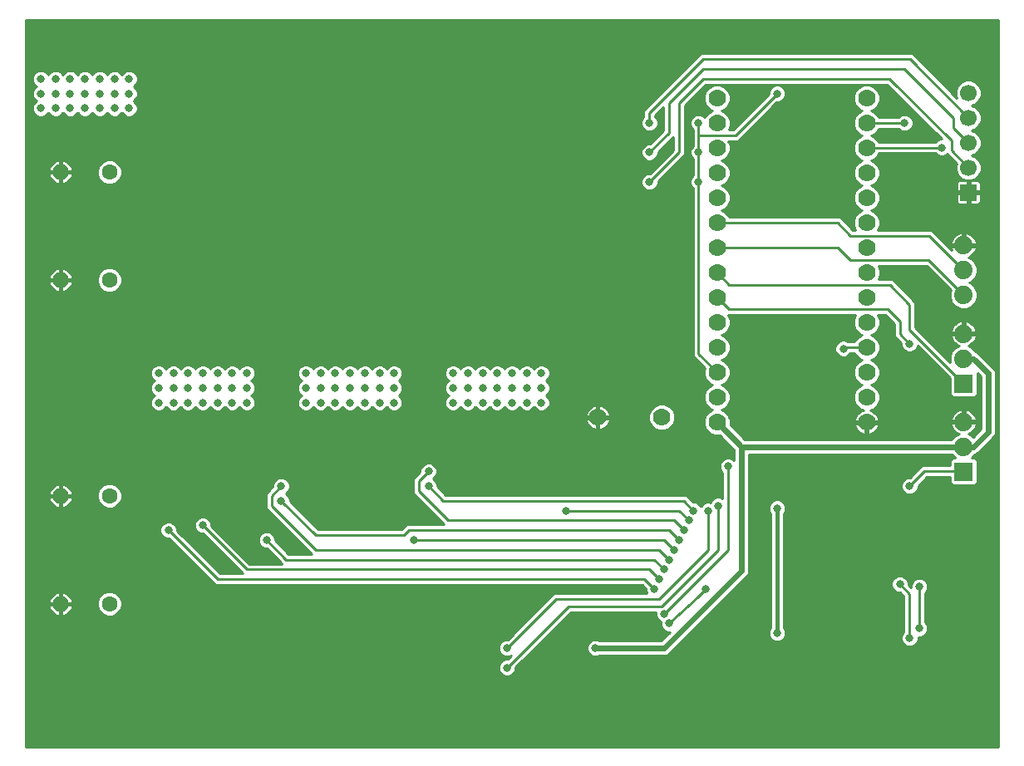
<source format=gbl>
G75*
%MOIN*%
%OFA0B0*%
%FSLAX25Y25*%
%IPPOS*%
%LPD*%
%AMOC8*
5,1,8,0,0,1.08239X$1,22.5*
%
%ADD10OC8,0.06300*%
%ADD11C,0.06300*%
%ADD12C,0.07000*%
%ADD13R,0.06693X0.06693*%
%ADD14C,0.06693*%
%ADD15R,0.07400X0.07400*%
%ADD16C,0.07400*%
%ADD17C,0.03200*%
%ADD18C,0.01000*%
%ADD19C,0.01600*%
%ADD20C,0.02400*%
D10*
X0056618Y0099925D03*
X0056618Y0143232D03*
X0056618Y0229846D03*
X0056618Y0273154D03*
D11*
X0076303Y0273154D03*
X0076303Y0229846D03*
X0076303Y0143232D03*
X0076303Y0099925D03*
D12*
X0272169Y0174728D03*
X0297760Y0174728D03*
X0319925Y0172799D03*
X0319925Y0182799D03*
X0319925Y0192799D03*
X0319925Y0202799D03*
X0319925Y0212799D03*
X0319925Y0222799D03*
X0319925Y0232799D03*
X0319925Y0242799D03*
X0319925Y0252799D03*
X0319925Y0262799D03*
X0319925Y0272799D03*
X0319925Y0282799D03*
X0319925Y0292799D03*
X0319925Y0302799D03*
X0379925Y0302799D03*
X0379925Y0292799D03*
X0379925Y0282799D03*
X0379925Y0272799D03*
X0379925Y0262799D03*
X0379925Y0252799D03*
X0379925Y0242799D03*
X0379925Y0232799D03*
X0379925Y0222799D03*
X0379925Y0212799D03*
X0379925Y0202799D03*
X0379925Y0192799D03*
X0379925Y0182799D03*
X0379925Y0172799D03*
D13*
X0420791Y0264965D03*
D14*
X0420791Y0274965D03*
X0420791Y0284965D03*
X0420791Y0294965D03*
X0420791Y0304965D03*
D15*
X0418823Y0188350D03*
X0418823Y0152917D03*
D16*
X0418823Y0162917D03*
X0418823Y0172917D03*
X0418823Y0198350D03*
X0418823Y0208350D03*
X0418823Y0223783D03*
X0418823Y0233783D03*
X0418823Y0243783D03*
D17*
X0391264Y0269217D03*
X0409965Y0282996D03*
X0395201Y0292839D03*
X0365673Y0300713D03*
X0344020Y0304650D03*
X0326303Y0326303D03*
X0286933Y0326303D03*
X0286933Y0304650D03*
X0292839Y0292839D03*
X0292839Y0281028D03*
X0292839Y0269217D03*
X0312524Y0269217D03*
X0312524Y0281028D03*
X0312524Y0292839D03*
X0336146Y0277091D03*
X0355831Y0277091D03*
X0355831Y0257406D03*
X0336146Y0257406D03*
X0306618Y0247563D03*
X0286933Y0247563D03*
X0267248Y0247563D03*
X0267248Y0227878D03*
X0286933Y0227878D03*
X0306618Y0227878D03*
X0308587Y0208193D03*
X0336146Y0198350D03*
X0355831Y0198350D03*
X0370594Y0202287D03*
X0397169Y0204256D03*
X0355831Y0178665D03*
X0336146Y0178665D03*
X0324335Y0155043D03*
X0320398Y0139295D03*
X0316461Y0137327D03*
X0310555Y0137327D03*
X0308587Y0133390D03*
X0306618Y0129453D03*
X0304650Y0125516D03*
X0302681Y0121579D03*
X0300713Y0117642D03*
X0298744Y0113705D03*
X0296776Y0109768D03*
X0294807Y0105831D03*
X0298744Y0095988D03*
X0300713Y0092051D03*
X0314492Y0086146D03*
X0315476Y0105831D03*
X0344020Y0088114D03*
X0347957Y0092051D03*
X0353862Y0092051D03*
X0353862Y0097957D03*
X0347957Y0097957D03*
X0347957Y0103862D03*
X0353862Y0103862D03*
X0359768Y0103862D03*
X0359768Y0097957D03*
X0359768Y0092051D03*
X0365673Y0078272D03*
X0377484Y0090083D03*
X0387327Y0094020D03*
X0397169Y0086146D03*
X0401106Y0090083D03*
X0405043Y0080240D03*
X0397169Y0078272D03*
X0405043Y0060555D03*
X0424728Y0060555D03*
X0424728Y0080240D03*
X0424728Y0099925D03*
X0424728Y0119610D03*
X0424728Y0139295D03*
X0397169Y0147169D03*
X0371579Y0151106D03*
X0369610Y0139295D03*
X0359768Y0127484D03*
X0359768Y0121579D03*
X0353862Y0121579D03*
X0353862Y0127484D03*
X0347957Y0127484D03*
X0347957Y0121579D03*
X0347957Y0115673D03*
X0353862Y0115673D03*
X0353862Y0109768D03*
X0347957Y0109768D03*
X0359768Y0109768D03*
X0359768Y0115673D03*
X0344020Y0138311D03*
X0393232Y0107799D03*
X0401106Y0106815D03*
X0395201Y0119610D03*
X0365673Y0059571D03*
X0357799Y0059571D03*
X0349925Y0059571D03*
X0342051Y0059571D03*
X0271185Y0082209D03*
X0235752Y0082209D03*
X0235752Y0074335D03*
X0247563Y0050713D03*
X0208193Y0050713D03*
X0208193Y0070398D03*
X0168823Y0050713D03*
X0129453Y0050713D03*
X0129453Y0070398D03*
X0090083Y0050713D03*
X0084177Y0062524D03*
X0078272Y0062524D03*
X0072366Y0062524D03*
X0072366Y0068429D03*
X0072366Y0074335D03*
X0078272Y0074335D03*
X0084177Y0074335D03*
X0084177Y0068429D03*
X0078272Y0068429D03*
X0066461Y0068429D03*
X0066461Y0074335D03*
X0060555Y0074335D03*
X0054650Y0074335D03*
X0054650Y0068429D03*
X0060555Y0068429D03*
X0060555Y0062524D03*
X0054650Y0062524D03*
X0048744Y0062524D03*
X0048744Y0068429D03*
X0048744Y0074335D03*
X0066461Y0062524D03*
X0050713Y0050713D03*
X0050713Y0099925D03*
X0050713Y0119610D03*
X0050713Y0139295D03*
X0050713Y0158980D03*
X0050713Y0178665D03*
X0050713Y0198350D03*
X0050713Y0218035D03*
X0050713Y0237720D03*
X0050713Y0257406D03*
X0050713Y0277091D03*
X0048744Y0298744D03*
X0048744Y0304650D03*
X0054650Y0304650D03*
X0060555Y0304650D03*
X0066461Y0304650D03*
X0066461Y0298744D03*
X0060555Y0298744D03*
X0054650Y0298744D03*
X0054650Y0310555D03*
X0060555Y0310555D03*
X0066461Y0310555D03*
X0072366Y0310555D03*
X0078272Y0310555D03*
X0084177Y0310555D03*
X0084177Y0304650D03*
X0078272Y0304650D03*
X0072366Y0304650D03*
X0072366Y0298744D03*
X0078272Y0298744D03*
X0084177Y0298744D03*
X0090083Y0326303D03*
X0050713Y0326303D03*
X0048744Y0310555D03*
X0129453Y0326303D03*
X0168823Y0326303D03*
X0208193Y0326303D03*
X0247563Y0326303D03*
X0365673Y0326303D03*
X0405043Y0326303D03*
X0259374Y0194413D03*
X0249531Y0192445D03*
X0243626Y0192445D03*
X0237720Y0192445D03*
X0231815Y0192445D03*
X0225909Y0192445D03*
X0220004Y0192445D03*
X0214098Y0192445D03*
X0214098Y0186539D03*
X0220004Y0186539D03*
X0225909Y0186539D03*
X0231815Y0186539D03*
X0231815Y0180634D03*
X0225909Y0180634D03*
X0220004Y0180634D03*
X0214098Y0180634D03*
X0200319Y0194413D03*
X0190476Y0192445D03*
X0184571Y0192445D03*
X0178665Y0192445D03*
X0172760Y0192445D03*
X0166854Y0192445D03*
X0160949Y0192445D03*
X0155043Y0192445D03*
X0155043Y0186539D03*
X0160949Y0186539D03*
X0160949Y0180634D03*
X0155043Y0180634D03*
X0166854Y0180634D03*
X0172760Y0180634D03*
X0178665Y0180634D03*
X0184571Y0180634D03*
X0184571Y0186539D03*
X0178665Y0186539D03*
X0172760Y0186539D03*
X0166854Y0186539D03*
X0190476Y0186539D03*
X0190476Y0180634D03*
X0204256Y0153075D03*
X0204256Y0147169D03*
X0198350Y0125516D03*
X0170791Y0131421D03*
X0145201Y0141264D03*
X0145201Y0147169D03*
X0139295Y0125516D03*
X0113705Y0131421D03*
X0099925Y0129453D03*
X0101894Y0180634D03*
X0107799Y0180634D03*
X0113705Y0180634D03*
X0119610Y0180634D03*
X0125516Y0180634D03*
X0131421Y0180634D03*
X0131421Y0186539D03*
X0125516Y0186539D03*
X0119610Y0186539D03*
X0113705Y0186539D03*
X0107799Y0186539D03*
X0101894Y0186539D03*
X0095988Y0186539D03*
X0095988Y0180634D03*
X0095988Y0192445D03*
X0101894Y0192445D03*
X0107799Y0192445D03*
X0113705Y0192445D03*
X0119610Y0192445D03*
X0125516Y0192445D03*
X0131421Y0192445D03*
X0141264Y0194413D03*
X0237720Y0186539D03*
X0237720Y0180634D03*
X0243626Y0180634D03*
X0249531Y0180634D03*
X0249531Y0186539D03*
X0243626Y0186539D03*
X0259374Y0137327D03*
D18*
X0042670Y0042670D02*
X0042670Y0334346D01*
X0432771Y0334346D01*
X0432771Y0042670D01*
X0042670Y0042670D01*
X0042670Y0042867D02*
X0432771Y0042867D01*
X0432771Y0043866D02*
X0042670Y0043866D01*
X0042670Y0044864D02*
X0432771Y0044864D01*
X0432771Y0045863D02*
X0042670Y0045863D01*
X0042670Y0046861D02*
X0432771Y0046861D01*
X0432771Y0047860D02*
X0042670Y0047860D01*
X0042670Y0048858D02*
X0432771Y0048858D01*
X0432771Y0049857D02*
X0042670Y0049857D01*
X0042670Y0050855D02*
X0432771Y0050855D01*
X0432771Y0051854D02*
X0042670Y0051854D01*
X0042670Y0052852D02*
X0432771Y0052852D01*
X0432771Y0053851D02*
X0042670Y0053851D01*
X0042670Y0054849D02*
X0432771Y0054849D01*
X0432771Y0055848D02*
X0042670Y0055848D01*
X0042670Y0056846D02*
X0432771Y0056846D01*
X0432771Y0057845D02*
X0042670Y0057845D01*
X0042670Y0058843D02*
X0432771Y0058843D01*
X0432771Y0059842D02*
X0042670Y0059842D01*
X0042670Y0060840D02*
X0432771Y0060840D01*
X0432771Y0061839D02*
X0042670Y0061839D01*
X0042670Y0062837D02*
X0432771Y0062837D01*
X0432771Y0063836D02*
X0042670Y0063836D01*
X0042670Y0064834D02*
X0432771Y0064834D01*
X0432771Y0065833D02*
X0042670Y0065833D01*
X0042670Y0066831D02*
X0432771Y0066831D01*
X0432771Y0067830D02*
X0042670Y0067830D01*
X0042670Y0068828D02*
X0432771Y0068828D01*
X0432771Y0069827D02*
X0042670Y0069827D01*
X0042670Y0070825D02*
X0432771Y0070825D01*
X0432771Y0071824D02*
X0238050Y0071824D01*
X0237678Y0071452D02*
X0238634Y0072409D01*
X0239152Y0073658D01*
X0239152Y0074482D01*
X0261311Y0096641D01*
X0295344Y0096641D01*
X0295344Y0095312D01*
X0295862Y0094062D01*
X0296818Y0093106D01*
X0297374Y0092876D01*
X0297313Y0092727D01*
X0297313Y0091375D01*
X0297830Y0090125D01*
X0298787Y0089169D01*
X0300036Y0088651D01*
X0300944Y0088651D01*
X0297501Y0085209D01*
X0272827Y0085209D01*
X0271861Y0085609D01*
X0270509Y0085609D01*
X0269259Y0085091D01*
X0268303Y0084135D01*
X0267785Y0082885D01*
X0267785Y0081532D01*
X0268303Y0080283D01*
X0269259Y0079326D01*
X0270509Y0078809D01*
X0271861Y0078809D01*
X0272827Y0079209D01*
X0299341Y0079209D01*
X0300443Y0079665D01*
X0332350Y0111572D01*
X0332807Y0112675D01*
X0332807Y0159917D01*
X0414112Y0159917D01*
X0414160Y0159802D01*
X0415545Y0158417D01*
X0414377Y0158417D01*
X0413323Y0157363D01*
X0413323Y0155375D01*
X0402122Y0155375D01*
X0400775Y0154027D01*
X0397317Y0150569D01*
X0396493Y0150569D01*
X0395243Y0150052D01*
X0394287Y0149095D01*
X0393769Y0147846D01*
X0393769Y0146493D01*
X0394287Y0145243D01*
X0395243Y0144287D01*
X0396493Y0143769D01*
X0397846Y0143769D01*
X0399095Y0144287D01*
X0400052Y0145243D01*
X0400569Y0146493D01*
X0400569Y0147317D01*
X0404027Y0150775D01*
X0413323Y0150775D01*
X0413323Y0148472D01*
X0414377Y0147417D01*
X0423268Y0147417D01*
X0424323Y0148472D01*
X0424323Y0157363D01*
X0423268Y0158417D01*
X0422101Y0158417D01*
X0423485Y0159802D01*
X0423570Y0160006D01*
X0424459Y0160374D01*
X0425303Y0161218D01*
X0431209Y0167123D01*
X0431665Y0168226D01*
X0431665Y0193042D01*
X0431209Y0194144D01*
X0430365Y0194988D01*
X0430365Y0194988D01*
X0424459Y0200894D01*
X0423570Y0201262D01*
X0423485Y0201466D01*
X0421938Y0203013D01*
X0420745Y0203507D01*
X0420819Y0203531D01*
X0421548Y0203903D01*
X0422210Y0204384D01*
X0422789Y0204963D01*
X0423270Y0205625D01*
X0423642Y0206354D01*
X0423895Y0207133D01*
X0424008Y0207850D01*
X0419323Y0207850D01*
X0419323Y0208850D01*
X0424008Y0208850D01*
X0423895Y0209568D01*
X0423642Y0210346D01*
X0423270Y0211076D01*
X0422789Y0211738D01*
X0422210Y0212317D01*
X0421548Y0212798D01*
X0420819Y0213169D01*
X0420041Y0213422D01*
X0419323Y0213536D01*
X0419323Y0208850D01*
X0418323Y0208850D01*
X0418323Y0207850D01*
X0413637Y0207850D01*
X0413751Y0207133D01*
X0414004Y0206354D01*
X0414375Y0205625D01*
X0414856Y0204963D01*
X0415435Y0204384D01*
X0416097Y0203903D01*
X0416827Y0203531D01*
X0416901Y0203507D01*
X0415707Y0203013D01*
X0414160Y0201466D01*
X0413323Y0199444D01*
X0413323Y0197256D01*
X0413431Y0196995D01*
X0399469Y0210957D01*
X0399469Y0220957D01*
X0390248Y0230178D01*
X0384576Y0230178D01*
X0385225Y0231745D01*
X0385225Y0233853D01*
X0384576Y0235420D01*
X0403933Y0235420D01*
X0413661Y0225693D01*
X0413323Y0224877D01*
X0413323Y0222689D01*
X0414160Y0220668D01*
X0415707Y0219121D01*
X0417729Y0218283D01*
X0419917Y0218283D01*
X0421938Y0219121D01*
X0423485Y0220668D01*
X0424323Y0222689D01*
X0424323Y0224877D01*
X0423485Y0226899D01*
X0421938Y0228446D01*
X0421124Y0228783D01*
X0421938Y0229121D01*
X0423485Y0230668D01*
X0424323Y0232689D01*
X0424323Y0234877D01*
X0423485Y0236899D01*
X0421938Y0238446D01*
X0420745Y0238940D01*
X0420819Y0238964D01*
X0421548Y0239336D01*
X0422210Y0239817D01*
X0422789Y0240396D01*
X0423270Y0241058D01*
X0423642Y0241787D01*
X0423895Y0242566D01*
X0424008Y0243283D01*
X0419323Y0243283D01*
X0419323Y0244283D01*
X0424008Y0244283D01*
X0423895Y0245001D01*
X0423642Y0245780D01*
X0423270Y0246509D01*
X0422789Y0247171D01*
X0422210Y0247750D01*
X0421548Y0248231D01*
X0420819Y0248602D01*
X0420041Y0248855D01*
X0419323Y0248969D01*
X0419323Y0244284D01*
X0418323Y0244284D01*
X0418323Y0248969D01*
X0417605Y0248855D01*
X0416827Y0248602D01*
X0416097Y0248231D01*
X0415435Y0247750D01*
X0414856Y0247171D01*
X0414375Y0246509D01*
X0414004Y0245780D01*
X0413751Y0245001D01*
X0413637Y0244283D01*
X0418323Y0244283D01*
X0418323Y0243283D01*
X0413637Y0243283D01*
X0413751Y0242566D01*
X0413971Y0241888D01*
X0405996Y0249863D01*
X0384446Y0249863D01*
X0385225Y0251745D01*
X0385225Y0253853D01*
X0384418Y0255801D01*
X0382927Y0257292D01*
X0381704Y0257799D01*
X0382927Y0258306D01*
X0384418Y0259797D01*
X0385225Y0261745D01*
X0385225Y0263853D01*
X0384418Y0265801D01*
X0382927Y0267292D01*
X0381704Y0267799D01*
X0382927Y0268306D01*
X0384418Y0269797D01*
X0385225Y0271745D01*
X0385225Y0273853D01*
X0384418Y0275801D01*
X0382927Y0277292D01*
X0381704Y0277799D01*
X0382927Y0278306D01*
X0384418Y0279797D01*
X0384791Y0280696D01*
X0407456Y0280696D01*
X0408039Y0280114D01*
X0409288Y0279596D01*
X0410641Y0279596D01*
X0411891Y0280114D01*
X0412140Y0280363D01*
X0415900Y0276603D01*
X0415645Y0275988D01*
X0415645Y0273941D01*
X0416428Y0272049D01*
X0417876Y0270602D01*
X0419768Y0269818D01*
X0421815Y0269818D01*
X0423707Y0270602D01*
X0425154Y0272049D01*
X0425938Y0273941D01*
X0425938Y0275988D01*
X0425154Y0277880D01*
X0423707Y0279328D01*
X0422169Y0279965D01*
X0423707Y0280602D01*
X0425154Y0282049D01*
X0425938Y0283941D01*
X0425938Y0285988D01*
X0425154Y0287880D01*
X0423707Y0289328D01*
X0422169Y0289965D01*
X0423707Y0290602D01*
X0425154Y0292049D01*
X0425938Y0293941D01*
X0425938Y0295988D01*
X0425154Y0297880D01*
X0423707Y0299328D01*
X0422169Y0299965D01*
X0423707Y0300602D01*
X0425154Y0302049D01*
X0425938Y0303941D01*
X0425938Y0305988D01*
X0425154Y0307880D01*
X0423707Y0309328D01*
X0421815Y0310111D01*
X0419768Y0310111D01*
X0417876Y0309328D01*
X0416428Y0307880D01*
X0415645Y0305988D01*
X0415645Y0303941D01*
X0416053Y0302956D01*
X0398279Y0320729D01*
X0313539Y0320729D01*
X0291886Y0299076D01*
X0290539Y0297728D01*
X0290539Y0295347D01*
X0289956Y0294765D01*
X0289439Y0293515D01*
X0289439Y0292162D01*
X0289956Y0290913D01*
X0290913Y0289956D01*
X0292162Y0289439D01*
X0293515Y0289439D01*
X0294765Y0289956D01*
X0295721Y0290913D01*
X0296239Y0292162D01*
X0296239Y0293515D01*
X0295721Y0294765D01*
X0295139Y0295347D01*
X0295139Y0295823D01*
X0298413Y0299097D01*
X0298413Y0289854D01*
X0292986Y0284428D01*
X0292162Y0284428D01*
X0290913Y0283910D01*
X0289956Y0282953D01*
X0289439Y0281704D01*
X0289439Y0280351D01*
X0289956Y0279102D01*
X0290913Y0278145D01*
X0292162Y0277628D01*
X0293515Y0277628D01*
X0294765Y0278145D01*
X0295721Y0279102D01*
X0296239Y0280351D01*
X0296239Y0281175D01*
X0302350Y0287286D01*
X0302350Y0281980D01*
X0292986Y0272617D01*
X0292162Y0272617D01*
X0290913Y0272099D01*
X0289956Y0271142D01*
X0289439Y0269893D01*
X0289439Y0268540D01*
X0289956Y0267291D01*
X0290913Y0266334D01*
X0292162Y0265817D01*
X0293515Y0265817D01*
X0294765Y0266334D01*
X0295721Y0267291D01*
X0296239Y0268540D01*
X0296239Y0269364D01*
X0306950Y0280075D01*
X0306950Y0299760D01*
X0315445Y0308255D01*
X0388185Y0308255D01*
X0410044Y0286396D01*
X0409288Y0286396D01*
X0408039Y0285878D01*
X0407456Y0285296D01*
X0384628Y0285296D01*
X0384418Y0285801D01*
X0382927Y0287292D01*
X0381704Y0287799D01*
X0382927Y0288306D01*
X0384418Y0289797D01*
X0384725Y0290539D01*
X0392692Y0290539D01*
X0393275Y0289956D01*
X0394524Y0289439D01*
X0395877Y0289439D01*
X0397127Y0289956D01*
X0398083Y0290913D01*
X0398601Y0292162D01*
X0398601Y0293515D01*
X0398083Y0294765D01*
X0397127Y0295721D01*
X0395877Y0296239D01*
X0394524Y0296239D01*
X0393275Y0295721D01*
X0392692Y0295139D01*
X0384693Y0295139D01*
X0384418Y0295801D01*
X0382927Y0297292D01*
X0381704Y0297799D01*
X0382927Y0298306D01*
X0384418Y0299797D01*
X0385225Y0301745D01*
X0385225Y0303853D01*
X0384418Y0305801D01*
X0382927Y0307292D01*
X0380979Y0308099D01*
X0378871Y0308099D01*
X0376923Y0307292D01*
X0375432Y0305801D01*
X0374625Y0303853D01*
X0374625Y0301745D01*
X0375432Y0299797D01*
X0376923Y0298306D01*
X0378147Y0297799D01*
X0376923Y0297292D01*
X0375432Y0295801D01*
X0374625Y0293853D01*
X0374625Y0291745D01*
X0375432Y0289797D01*
X0376923Y0288306D01*
X0378147Y0287799D01*
X0376923Y0287292D01*
X0375432Y0285801D01*
X0374625Y0283853D01*
X0374625Y0281745D01*
X0375432Y0279797D01*
X0376923Y0278306D01*
X0378147Y0277799D01*
X0376923Y0277292D01*
X0375432Y0275801D01*
X0374625Y0273853D01*
X0374625Y0271745D01*
X0375432Y0269797D01*
X0376923Y0268306D01*
X0378147Y0267799D01*
X0376923Y0267292D01*
X0375432Y0265801D01*
X0374625Y0263853D01*
X0374625Y0261745D01*
X0375432Y0259797D01*
X0376923Y0258306D01*
X0378147Y0257799D01*
X0376923Y0257292D01*
X0375432Y0255801D01*
X0374625Y0253853D01*
X0374625Y0251745D01*
X0375405Y0249863D01*
X0374500Y0249863D01*
X0369264Y0255099D01*
X0324709Y0255099D01*
X0324418Y0255801D01*
X0322927Y0257292D01*
X0321704Y0257799D01*
X0322927Y0258306D01*
X0324418Y0259797D01*
X0325225Y0261745D01*
X0325225Y0263853D01*
X0324418Y0265801D01*
X0322927Y0267292D01*
X0321704Y0267799D01*
X0322927Y0268306D01*
X0324418Y0269797D01*
X0325225Y0271745D01*
X0325225Y0273853D01*
X0324418Y0275801D01*
X0322927Y0277292D01*
X0321704Y0277799D01*
X0322927Y0278306D01*
X0324418Y0279797D01*
X0325225Y0281745D01*
X0325225Y0283853D01*
X0324495Y0285617D01*
X0328240Y0285617D01*
X0329587Y0286965D01*
X0343872Y0301250D01*
X0344696Y0301250D01*
X0345946Y0301767D01*
X0346902Y0302724D01*
X0347420Y0303973D01*
X0347420Y0305326D01*
X0346902Y0306576D01*
X0345946Y0307532D01*
X0344696Y0308050D01*
X0343343Y0308050D01*
X0342094Y0307532D01*
X0341137Y0306576D01*
X0340620Y0305326D01*
X0340620Y0304502D01*
X0326335Y0290217D01*
X0324592Y0290217D01*
X0325225Y0291745D01*
X0325225Y0293853D01*
X0324418Y0295801D01*
X0322927Y0297292D01*
X0321704Y0297799D01*
X0322927Y0298306D01*
X0324418Y0299797D01*
X0325225Y0301745D01*
X0325225Y0303853D01*
X0324418Y0305801D01*
X0322927Y0307292D01*
X0320979Y0308099D01*
X0318871Y0308099D01*
X0316923Y0307292D01*
X0315432Y0305801D01*
X0314625Y0303853D01*
X0314625Y0301745D01*
X0315432Y0299797D01*
X0316923Y0298306D01*
X0318147Y0297799D01*
X0316923Y0297292D01*
X0315432Y0295801D01*
X0315121Y0295050D01*
X0314450Y0295721D01*
X0313200Y0296239D01*
X0311847Y0296239D01*
X0310598Y0295721D01*
X0309641Y0294765D01*
X0309124Y0293515D01*
X0309124Y0292162D01*
X0309641Y0290913D01*
X0310224Y0290330D01*
X0310224Y0283536D01*
X0309641Y0282953D01*
X0309124Y0281704D01*
X0309124Y0280351D01*
X0309641Y0279102D01*
X0310224Y0278519D01*
X0310224Y0271725D01*
X0309641Y0271142D01*
X0309124Y0269893D01*
X0309124Y0268540D01*
X0309641Y0267291D01*
X0310224Y0266708D01*
X0310224Y0199248D01*
X0314916Y0194556D01*
X0314625Y0193853D01*
X0314625Y0191745D01*
X0315432Y0189797D01*
X0316923Y0188306D01*
X0318147Y0187799D01*
X0316923Y0187292D01*
X0315432Y0185801D01*
X0314625Y0183853D01*
X0314625Y0181745D01*
X0315432Y0179797D01*
X0316923Y0178306D01*
X0318147Y0177799D01*
X0316923Y0177292D01*
X0315432Y0175801D01*
X0314625Y0173853D01*
X0314625Y0171745D01*
X0315432Y0169797D01*
X0316923Y0168306D01*
X0318871Y0167499D01*
X0320979Y0167499D01*
X0320982Y0167500D01*
X0326807Y0161675D01*
X0326807Y0157379D01*
X0326261Y0157926D01*
X0325011Y0158443D01*
X0323658Y0158443D01*
X0322409Y0157926D01*
X0321452Y0156969D01*
X0320935Y0155720D01*
X0320935Y0154367D01*
X0321452Y0153117D01*
X0322035Y0152535D01*
X0322035Y0142297D01*
X0321074Y0142695D01*
X0319721Y0142695D01*
X0318472Y0142178D01*
X0317515Y0141221D01*
X0317285Y0140665D01*
X0317137Y0140727D01*
X0315784Y0140727D01*
X0314535Y0140209D01*
X0313578Y0139253D01*
X0313508Y0139083D01*
X0313437Y0139253D01*
X0312481Y0140209D01*
X0311231Y0140727D01*
X0310408Y0140727D01*
X0308918Y0142216D01*
X0307571Y0143564D01*
X0211114Y0143564D01*
X0207656Y0147022D01*
X0207656Y0147846D01*
X0207138Y0149095D01*
X0206182Y0150052D01*
X0206012Y0150122D01*
X0206182Y0150192D01*
X0207138Y0151149D01*
X0207656Y0152398D01*
X0207656Y0153751D01*
X0207138Y0155001D01*
X0206182Y0155957D01*
X0204932Y0156475D01*
X0203580Y0156475D01*
X0202330Y0155957D01*
X0201374Y0155001D01*
X0200856Y0153751D01*
X0200856Y0152927D01*
X0198019Y0150090D01*
X0198019Y0144248D01*
X0210514Y0131753D01*
X0195429Y0131753D01*
X0193461Y0129784D01*
X0159933Y0129784D01*
X0148601Y0141116D01*
X0148601Y0141940D01*
X0148083Y0143190D01*
X0147127Y0144146D01*
X0146957Y0144217D01*
X0147127Y0144287D01*
X0148083Y0145243D01*
X0148601Y0146493D01*
X0148601Y0147846D01*
X0148083Y0149095D01*
X0147127Y0150052D01*
X0145877Y0150569D01*
X0144524Y0150569D01*
X0143275Y0150052D01*
X0142318Y0149095D01*
X0141801Y0147846D01*
X0141801Y0147022D01*
X0140311Y0145532D01*
X0138964Y0144185D01*
X0138964Y0138343D01*
X0140311Y0136995D01*
X0157365Y0119942D01*
X0148122Y0119942D01*
X0142695Y0125368D01*
X0142695Y0126192D01*
X0142178Y0127442D01*
X0141221Y0128398D01*
X0139972Y0128916D01*
X0138619Y0128916D01*
X0137369Y0128398D01*
X0136413Y0127442D01*
X0135895Y0126192D01*
X0135895Y0124839D01*
X0136413Y0123590D01*
X0137369Y0122633D01*
X0138619Y0122116D01*
X0139443Y0122116D01*
X0144869Y0116689D01*
X0145554Y0116005D01*
X0132374Y0116005D01*
X0117105Y0131274D01*
X0117105Y0132098D01*
X0116587Y0133347D01*
X0115631Y0134304D01*
X0114381Y0134821D01*
X0113028Y0134821D01*
X0111779Y0134304D01*
X0110822Y0133347D01*
X0110305Y0132098D01*
X0110305Y0130745D01*
X0110822Y0129495D01*
X0111779Y0128539D01*
X0113028Y0128021D01*
X0113852Y0128021D01*
X0129806Y0112068D01*
X0120563Y0112068D01*
X0103325Y0129305D01*
X0103325Y0130129D01*
X0102808Y0131379D01*
X0101851Y0132335D01*
X0100602Y0132853D01*
X0099249Y0132853D01*
X0097999Y0132335D01*
X0097043Y0131379D01*
X0096525Y0130129D01*
X0096525Y0128776D01*
X0097043Y0127527D01*
X0097999Y0126570D01*
X0099249Y0126053D01*
X0100073Y0126053D01*
X0117310Y0108815D01*
X0118658Y0107468D01*
X0289917Y0107468D01*
X0291407Y0105978D01*
X0291407Y0105154D01*
X0291805Y0104194D01*
X0254484Y0104194D01*
X0253137Y0102846D01*
X0235899Y0085609D01*
X0235076Y0085609D01*
X0233826Y0085091D01*
X0232870Y0084135D01*
X0232352Y0082885D01*
X0232352Y0081532D01*
X0232870Y0080283D01*
X0233826Y0079326D01*
X0235076Y0078809D01*
X0236428Y0078809D01*
X0237359Y0079194D01*
X0235899Y0077735D01*
X0235076Y0077735D01*
X0233826Y0077217D01*
X0232870Y0076261D01*
X0232352Y0075011D01*
X0232352Y0073658D01*
X0232870Y0072409D01*
X0233826Y0071452D01*
X0235076Y0070935D01*
X0236428Y0070935D01*
X0237678Y0071452D01*
X0238806Y0072822D02*
X0432771Y0072822D01*
X0432771Y0073821D02*
X0239152Y0073821D01*
X0239489Y0074819D02*
X0432771Y0074819D01*
X0432771Y0075818D02*
X0240488Y0075818D01*
X0241486Y0076816D02*
X0432771Y0076816D01*
X0432771Y0077815D02*
X0242485Y0077815D01*
X0243484Y0078814D02*
X0270497Y0078814D01*
X0271873Y0078814D02*
X0432771Y0078814D01*
X0432771Y0079812D02*
X0300590Y0079812D01*
X0301589Y0080811D02*
X0432771Y0080811D01*
X0432771Y0081809D02*
X0302587Y0081809D01*
X0303586Y0082808D02*
X0396344Y0082808D01*
X0396493Y0082746D02*
X0397846Y0082746D01*
X0399095Y0083263D01*
X0400052Y0084220D01*
X0400569Y0085469D01*
X0400569Y0086683D01*
X0401783Y0086683D01*
X0403032Y0087200D01*
X0403989Y0088157D01*
X0404506Y0089406D01*
X0404506Y0090759D01*
X0403989Y0092009D01*
X0403406Y0092591D01*
X0403406Y0104307D01*
X0403989Y0104889D01*
X0404506Y0106139D01*
X0404506Y0107491D01*
X0403989Y0108741D01*
X0403032Y0109697D01*
X0401783Y0110215D01*
X0400430Y0110215D01*
X0399180Y0109697D01*
X0398224Y0108741D01*
X0397706Y0107491D01*
X0397706Y0106578D01*
X0396632Y0107652D01*
X0396632Y0108476D01*
X0396115Y0109725D01*
X0395158Y0110682D01*
X0393909Y0111199D01*
X0392556Y0111199D01*
X0391306Y0110682D01*
X0390350Y0109725D01*
X0389832Y0108476D01*
X0389832Y0107123D01*
X0390350Y0105873D01*
X0391306Y0104917D01*
X0392556Y0104399D01*
X0393380Y0104399D01*
X0394869Y0102910D01*
X0394869Y0088654D01*
X0394287Y0088072D01*
X0393769Y0086822D01*
X0393769Y0085469D01*
X0394287Y0084220D01*
X0395243Y0083263D01*
X0396493Y0082746D01*
X0397995Y0082808D02*
X0432771Y0082808D01*
X0432771Y0083806D02*
X0399638Y0083806D01*
X0400294Y0084805D02*
X0432771Y0084805D01*
X0432771Y0085803D02*
X0400569Y0085803D01*
X0402070Y0086802D02*
X0432771Y0086802D01*
X0432771Y0087800D02*
X0403632Y0087800D01*
X0404255Y0088799D02*
X0432771Y0088799D01*
X0432771Y0089797D02*
X0404506Y0089797D01*
X0404491Y0090796D02*
X0432771Y0090796D01*
X0432771Y0091794D02*
X0404078Y0091794D01*
X0403406Y0092793D02*
X0432771Y0092793D01*
X0432771Y0093791D02*
X0403406Y0093791D01*
X0403406Y0094790D02*
X0432771Y0094790D01*
X0432771Y0095788D02*
X0403406Y0095788D01*
X0403406Y0096787D02*
X0432771Y0096787D01*
X0432771Y0097785D02*
X0403406Y0097785D01*
X0403406Y0098784D02*
X0432771Y0098784D01*
X0432771Y0099782D02*
X0403406Y0099782D01*
X0403406Y0100781D02*
X0432771Y0100781D01*
X0432771Y0101779D02*
X0403406Y0101779D01*
X0403406Y0102778D02*
X0432771Y0102778D01*
X0432771Y0103776D02*
X0403406Y0103776D01*
X0403874Y0104775D02*
X0432771Y0104775D01*
X0432771Y0105773D02*
X0404355Y0105773D01*
X0404506Y0106772D02*
X0432771Y0106772D01*
X0432771Y0107770D02*
X0404391Y0107770D01*
X0403961Y0108769D02*
X0432771Y0108769D01*
X0432771Y0109767D02*
X0402863Y0109767D01*
X0401106Y0106815D02*
X0401106Y0090083D01*
X0397169Y0086146D02*
X0397169Y0103862D01*
X0393232Y0107799D01*
X0389832Y0107770D02*
X0346620Y0107770D01*
X0346620Y0106772D02*
X0389978Y0106772D01*
X0390450Y0105773D02*
X0346620Y0105773D01*
X0346620Y0104775D02*
X0391649Y0104775D01*
X0394003Y0103776D02*
X0346620Y0103776D01*
X0346620Y0102778D02*
X0394869Y0102778D01*
X0394869Y0101779D02*
X0346620Y0101779D01*
X0346620Y0100781D02*
X0394869Y0100781D01*
X0394869Y0099782D02*
X0346620Y0099782D01*
X0346620Y0098784D02*
X0394869Y0098784D01*
X0394869Y0097785D02*
X0346620Y0097785D01*
X0346620Y0096787D02*
X0394869Y0096787D01*
X0394869Y0095788D02*
X0346620Y0095788D01*
X0346620Y0094790D02*
X0394869Y0094790D01*
X0394869Y0093791D02*
X0346620Y0093791D01*
X0346620Y0092793D02*
X0394869Y0092793D01*
X0394869Y0091794D02*
X0346620Y0091794D01*
X0346620Y0090796D02*
X0394869Y0090796D01*
X0394869Y0089797D02*
X0347003Y0089797D01*
X0346902Y0090040D02*
X0346620Y0090322D01*
X0346620Y0136103D01*
X0346902Y0136385D01*
X0347420Y0137635D01*
X0347420Y0138987D01*
X0346902Y0140237D01*
X0345946Y0141193D01*
X0344696Y0141711D01*
X0343343Y0141711D01*
X0342094Y0141193D01*
X0341137Y0140237D01*
X0340620Y0138987D01*
X0340620Y0137635D01*
X0341137Y0136385D01*
X0341420Y0136103D01*
X0341420Y0090322D01*
X0341137Y0090040D01*
X0340620Y0088790D01*
X0340620Y0087438D01*
X0341137Y0086188D01*
X0342094Y0085232D01*
X0343343Y0084714D01*
X0344696Y0084714D01*
X0345946Y0085232D01*
X0346902Y0086188D01*
X0347420Y0087438D01*
X0347420Y0088790D01*
X0346902Y0090040D01*
X0347416Y0088799D02*
X0394869Y0088799D01*
X0394174Y0087800D02*
X0347420Y0087800D01*
X0347156Y0086802D02*
X0393769Y0086802D01*
X0393769Y0085803D02*
X0346517Y0085803D01*
X0344914Y0084805D02*
X0394045Y0084805D01*
X0394701Y0083806D02*
X0304584Y0083806D01*
X0305583Y0084805D02*
X0343125Y0084805D01*
X0341522Y0085803D02*
X0306581Y0085803D01*
X0307580Y0086802D02*
X0340883Y0086802D01*
X0340620Y0087800D02*
X0308578Y0087800D01*
X0309577Y0088799D02*
X0340623Y0088799D01*
X0341037Y0089797D02*
X0310575Y0089797D01*
X0311574Y0090796D02*
X0341420Y0090796D01*
X0341420Y0091794D02*
X0312572Y0091794D01*
X0313571Y0092793D02*
X0341420Y0092793D01*
X0341420Y0093791D02*
X0314569Y0093791D01*
X0315568Y0094790D02*
X0341420Y0094790D01*
X0341420Y0095788D02*
X0316566Y0095788D01*
X0317565Y0096787D02*
X0341420Y0096787D01*
X0341420Y0097785D02*
X0318563Y0097785D01*
X0319562Y0098784D02*
X0341420Y0098784D01*
X0341420Y0099782D02*
X0320560Y0099782D01*
X0321559Y0100781D02*
X0341420Y0100781D01*
X0341420Y0101779D02*
X0322557Y0101779D01*
X0323556Y0102778D02*
X0341420Y0102778D01*
X0341420Y0103776D02*
X0324554Y0103776D01*
X0325553Y0104775D02*
X0341420Y0104775D01*
X0341420Y0105773D02*
X0326551Y0105773D01*
X0327550Y0106772D02*
X0341420Y0106772D01*
X0341420Y0107770D02*
X0328548Y0107770D01*
X0329547Y0108769D02*
X0341420Y0108769D01*
X0341420Y0109767D02*
X0330545Y0109767D01*
X0331544Y0110766D02*
X0341420Y0110766D01*
X0341420Y0111764D02*
X0332430Y0111764D01*
X0332807Y0112763D02*
X0341420Y0112763D01*
X0341420Y0113761D02*
X0332807Y0113761D01*
X0332807Y0114760D02*
X0341420Y0114760D01*
X0341420Y0115758D02*
X0332807Y0115758D01*
X0332807Y0116757D02*
X0341420Y0116757D01*
X0341420Y0117755D02*
X0332807Y0117755D01*
X0332807Y0118754D02*
X0341420Y0118754D01*
X0341420Y0119752D02*
X0332807Y0119752D01*
X0332807Y0120751D02*
X0341420Y0120751D01*
X0341420Y0121749D02*
X0332807Y0121749D01*
X0332807Y0122748D02*
X0341420Y0122748D01*
X0341420Y0123747D02*
X0332807Y0123747D01*
X0332807Y0124745D02*
X0341420Y0124745D01*
X0341420Y0125744D02*
X0332807Y0125744D01*
X0332807Y0126742D02*
X0341420Y0126742D01*
X0341420Y0127741D02*
X0332807Y0127741D01*
X0332807Y0128739D02*
X0341420Y0128739D01*
X0341420Y0129738D02*
X0332807Y0129738D01*
X0332807Y0130736D02*
X0341420Y0130736D01*
X0341420Y0131735D02*
X0332807Y0131735D01*
X0332807Y0132733D02*
X0341420Y0132733D01*
X0341420Y0133732D02*
X0332807Y0133732D01*
X0332807Y0134730D02*
X0341420Y0134730D01*
X0341420Y0135729D02*
X0332807Y0135729D01*
X0332807Y0136727D02*
X0340996Y0136727D01*
X0340620Y0137726D02*
X0332807Y0137726D01*
X0332807Y0138724D02*
X0340620Y0138724D01*
X0340924Y0139723D02*
X0332807Y0139723D01*
X0332807Y0140721D02*
X0341622Y0140721D01*
X0346418Y0140721D02*
X0432771Y0140721D01*
X0432771Y0139723D02*
X0347115Y0139723D01*
X0347420Y0138724D02*
X0432771Y0138724D01*
X0432771Y0137726D02*
X0347420Y0137726D01*
X0347044Y0136727D02*
X0432771Y0136727D01*
X0432771Y0135729D02*
X0346620Y0135729D01*
X0346620Y0134730D02*
X0432771Y0134730D01*
X0432771Y0133732D02*
X0346620Y0133732D01*
X0346620Y0132733D02*
X0432771Y0132733D01*
X0432771Y0131735D02*
X0346620Y0131735D01*
X0346620Y0130736D02*
X0432771Y0130736D01*
X0432771Y0129738D02*
X0346620Y0129738D01*
X0346620Y0128739D02*
X0432771Y0128739D01*
X0432771Y0127741D02*
X0346620Y0127741D01*
X0346620Y0126742D02*
X0432771Y0126742D01*
X0432771Y0125744D02*
X0346620Y0125744D01*
X0346620Y0124745D02*
X0432771Y0124745D01*
X0432771Y0123747D02*
X0346620Y0123747D01*
X0346620Y0122748D02*
X0432771Y0122748D01*
X0432771Y0121749D02*
X0346620Y0121749D01*
X0346620Y0120751D02*
X0432771Y0120751D01*
X0432771Y0119752D02*
X0346620Y0119752D01*
X0346620Y0118754D02*
X0432771Y0118754D01*
X0432771Y0117755D02*
X0346620Y0117755D01*
X0346620Y0116757D02*
X0432771Y0116757D01*
X0432771Y0115758D02*
X0346620Y0115758D01*
X0346620Y0114760D02*
X0432771Y0114760D01*
X0432771Y0113761D02*
X0346620Y0113761D01*
X0346620Y0112763D02*
X0432771Y0112763D01*
X0432771Y0111764D02*
X0346620Y0111764D01*
X0346620Y0110766D02*
X0391510Y0110766D01*
X0390392Y0109767D02*
X0346620Y0109767D01*
X0346620Y0108769D02*
X0389954Y0108769D01*
X0394955Y0110766D02*
X0432771Y0110766D01*
X0432771Y0141720D02*
X0332807Y0141720D01*
X0332807Y0142718D02*
X0432771Y0142718D01*
X0432771Y0143717D02*
X0332807Y0143717D01*
X0332807Y0144715D02*
X0394815Y0144715D01*
X0394092Y0145714D02*
X0332807Y0145714D01*
X0332807Y0146712D02*
X0393769Y0146712D01*
X0393769Y0147711D02*
X0332807Y0147711D01*
X0332807Y0148709D02*
X0394127Y0148709D01*
X0394899Y0149708D02*
X0332807Y0149708D01*
X0332807Y0150706D02*
X0397454Y0150706D01*
X0398452Y0151705D02*
X0332807Y0151705D01*
X0332807Y0152703D02*
X0399451Y0152703D01*
X0400449Y0153702D02*
X0332807Y0153702D01*
X0332807Y0154700D02*
X0401448Y0154700D01*
X0400775Y0154027D02*
X0400775Y0154027D01*
X0403075Y0153075D02*
X0397169Y0147169D01*
X0399524Y0144715D02*
X0432771Y0144715D01*
X0432771Y0145714D02*
X0400247Y0145714D01*
X0400569Y0146712D02*
X0432771Y0146712D01*
X0432771Y0147711D02*
X0423562Y0147711D01*
X0424323Y0148709D02*
X0432771Y0148709D01*
X0432771Y0149708D02*
X0424323Y0149708D01*
X0424323Y0150706D02*
X0432771Y0150706D01*
X0432771Y0151705D02*
X0424323Y0151705D01*
X0424323Y0152703D02*
X0432771Y0152703D01*
X0432771Y0153702D02*
X0424323Y0153702D01*
X0424323Y0154700D02*
X0432771Y0154700D01*
X0432771Y0155699D02*
X0424323Y0155699D01*
X0424323Y0156697D02*
X0432771Y0156697D01*
X0432771Y0157696D02*
X0423990Y0157696D01*
X0422378Y0158694D02*
X0432771Y0158694D01*
X0432771Y0159693D02*
X0423377Y0159693D01*
X0424777Y0160691D02*
X0432771Y0160691D01*
X0432771Y0161690D02*
X0425775Y0161690D01*
X0426774Y0162688D02*
X0432771Y0162688D01*
X0432771Y0163687D02*
X0427772Y0163687D01*
X0428771Y0164685D02*
X0432771Y0164685D01*
X0432771Y0165684D02*
X0429769Y0165684D01*
X0430768Y0166683D02*
X0432771Y0166683D01*
X0432771Y0167681D02*
X0431440Y0167681D01*
X0431665Y0168680D02*
X0432771Y0168680D01*
X0432771Y0169678D02*
X0431665Y0169678D01*
X0431665Y0170677D02*
X0432771Y0170677D01*
X0432771Y0171675D02*
X0431665Y0171675D01*
X0431665Y0172674D02*
X0432771Y0172674D01*
X0432771Y0173672D02*
X0431665Y0173672D01*
X0431665Y0174671D02*
X0432771Y0174671D01*
X0432771Y0175669D02*
X0431665Y0175669D01*
X0431665Y0176668D02*
X0432771Y0176668D01*
X0432771Y0177666D02*
X0431665Y0177666D01*
X0431665Y0178665D02*
X0432771Y0178665D01*
X0432771Y0179663D02*
X0431665Y0179663D01*
X0431665Y0180662D02*
X0432771Y0180662D01*
X0432771Y0181660D02*
X0431665Y0181660D01*
X0431665Y0182659D02*
X0432771Y0182659D01*
X0432771Y0183657D02*
X0431665Y0183657D01*
X0431665Y0184656D02*
X0432771Y0184656D01*
X0432771Y0185654D02*
X0431665Y0185654D01*
X0431665Y0186653D02*
X0432771Y0186653D01*
X0432771Y0187651D02*
X0431665Y0187651D01*
X0431665Y0188650D02*
X0432771Y0188650D01*
X0432771Y0189648D02*
X0431665Y0189648D01*
X0431665Y0190647D02*
X0432771Y0190647D01*
X0432771Y0191645D02*
X0431665Y0191645D01*
X0431665Y0192644D02*
X0432771Y0192644D01*
X0432771Y0193642D02*
X0431417Y0193642D01*
X0430712Y0194641D02*
X0432771Y0194641D01*
X0432771Y0195639D02*
X0429714Y0195639D01*
X0428715Y0196638D02*
X0432771Y0196638D01*
X0432771Y0197636D02*
X0427717Y0197636D01*
X0426718Y0198635D02*
X0432771Y0198635D01*
X0432771Y0199633D02*
X0425719Y0199633D01*
X0424721Y0200632D02*
X0432771Y0200632D01*
X0432771Y0201630D02*
X0423321Y0201630D01*
X0422322Y0202629D02*
X0432771Y0202629D01*
X0432771Y0203627D02*
X0421007Y0203627D01*
X0422452Y0204626D02*
X0432771Y0204626D01*
X0432771Y0205624D02*
X0423270Y0205624D01*
X0423729Y0206623D02*
X0432771Y0206623D01*
X0432771Y0207621D02*
X0423972Y0207621D01*
X0423878Y0209618D02*
X0432771Y0209618D01*
X0432771Y0208620D02*
X0419323Y0208620D01*
X0419323Y0209618D02*
X0418323Y0209618D01*
X0418323Y0208850D02*
X0418323Y0213536D01*
X0417605Y0213422D01*
X0416827Y0213169D01*
X0416097Y0212798D01*
X0415435Y0212317D01*
X0414856Y0211738D01*
X0414375Y0211076D01*
X0414004Y0210346D01*
X0413751Y0209568D01*
X0413637Y0208850D01*
X0418323Y0208850D01*
X0418323Y0208620D02*
X0401806Y0208620D01*
X0402804Y0207621D02*
X0413673Y0207621D01*
X0413916Y0206623D02*
X0403803Y0206623D01*
X0404801Y0205624D02*
X0414376Y0205624D01*
X0415193Y0204626D02*
X0405800Y0204626D01*
X0406798Y0203627D02*
X0416638Y0203627D01*
X0415323Y0202629D02*
X0407797Y0202629D01*
X0408795Y0201630D02*
X0414325Y0201630D01*
X0413815Y0200632D02*
X0409794Y0200632D01*
X0410793Y0199633D02*
X0413401Y0199633D01*
X0413323Y0198635D02*
X0411791Y0198635D01*
X0412790Y0197636D02*
X0413323Y0197636D01*
X0410278Y0193642D02*
X0385225Y0193642D01*
X0385225Y0193853D02*
X0384418Y0195801D01*
X0382927Y0197292D01*
X0381704Y0197799D01*
X0382927Y0198306D01*
X0384418Y0199797D01*
X0385225Y0201745D01*
X0385225Y0203853D01*
X0384418Y0205801D01*
X0382927Y0207292D01*
X0381704Y0207799D01*
X0382927Y0208306D01*
X0384418Y0209797D01*
X0385225Y0211745D01*
X0385225Y0213853D01*
X0384446Y0215735D01*
X0387358Y0215735D01*
X0390932Y0212161D01*
X0390932Y0207240D01*
X0393769Y0204403D01*
X0393769Y0203580D01*
X0394287Y0202330D01*
X0395243Y0201374D01*
X0396493Y0200856D01*
X0397846Y0200856D01*
X0399095Y0201374D01*
X0400052Y0202330D01*
X0400502Y0203418D01*
X0413323Y0190598D01*
X0413323Y0183905D01*
X0414377Y0182850D01*
X0423268Y0182850D01*
X0424323Y0183905D01*
X0424323Y0192545D01*
X0425665Y0191202D01*
X0425665Y0170065D01*
X0422559Y0166959D01*
X0421938Y0167580D01*
X0420745Y0168074D01*
X0420819Y0168098D01*
X0421548Y0168470D01*
X0422210Y0168951D01*
X0422789Y0169530D01*
X0423270Y0170192D01*
X0423642Y0170921D01*
X0423895Y0171700D01*
X0424008Y0172417D01*
X0419323Y0172417D01*
X0419323Y0173417D01*
X0424008Y0173417D01*
X0423895Y0174135D01*
X0423642Y0174913D01*
X0423270Y0175643D01*
X0422789Y0176305D01*
X0422210Y0176884D01*
X0421548Y0177365D01*
X0420819Y0177736D01*
X0420041Y0177989D01*
X0419323Y0178103D01*
X0419323Y0173417D01*
X0418323Y0173417D01*
X0418323Y0172417D01*
X0413637Y0172417D01*
X0413751Y0171700D01*
X0414004Y0170921D01*
X0414375Y0170192D01*
X0414856Y0169530D01*
X0415435Y0168951D01*
X0416097Y0168470D01*
X0416827Y0168098D01*
X0416901Y0168074D01*
X0415707Y0167580D01*
X0414160Y0166033D01*
X0414112Y0165917D01*
X0331050Y0165917D01*
X0325224Y0171743D01*
X0325225Y0171745D01*
X0325225Y0173853D01*
X0324418Y0175801D01*
X0322927Y0177292D01*
X0321704Y0177799D01*
X0322927Y0178306D01*
X0324418Y0179797D01*
X0325225Y0181745D01*
X0325225Y0183853D01*
X0324418Y0185801D01*
X0322927Y0187292D01*
X0321704Y0187799D01*
X0322927Y0188306D01*
X0324418Y0189797D01*
X0325225Y0191745D01*
X0325225Y0193853D01*
X0324418Y0195801D01*
X0322927Y0197292D01*
X0321704Y0197799D01*
X0322927Y0198306D01*
X0324418Y0199797D01*
X0325225Y0201745D01*
X0325225Y0203853D01*
X0324418Y0205801D01*
X0322927Y0207292D01*
X0321704Y0207799D01*
X0322927Y0208306D01*
X0324418Y0209797D01*
X0325225Y0211745D01*
X0325225Y0213853D01*
X0324446Y0215735D01*
X0375405Y0215735D01*
X0374625Y0213853D01*
X0374625Y0211745D01*
X0375432Y0209797D01*
X0376923Y0208306D01*
X0378147Y0207799D01*
X0376923Y0207292D01*
X0375432Y0205801D01*
X0375141Y0205099D01*
X0372591Y0205099D01*
X0372520Y0205170D01*
X0371271Y0205687D01*
X0369918Y0205687D01*
X0368669Y0205170D01*
X0367712Y0204213D01*
X0367194Y0202964D01*
X0367194Y0201611D01*
X0367712Y0200361D01*
X0368669Y0199405D01*
X0369918Y0198887D01*
X0371271Y0198887D01*
X0372520Y0199405D01*
X0373477Y0200361D01*
X0373534Y0200499D01*
X0375141Y0200499D01*
X0375432Y0199797D01*
X0376923Y0198306D01*
X0378147Y0197799D01*
X0376923Y0197292D01*
X0375432Y0195801D01*
X0374625Y0193853D01*
X0374625Y0191745D01*
X0375432Y0189797D01*
X0376923Y0188306D01*
X0378147Y0187799D01*
X0376923Y0187292D01*
X0375432Y0185801D01*
X0374625Y0183853D01*
X0374625Y0181745D01*
X0375432Y0179797D01*
X0376923Y0178306D01*
X0378580Y0177620D01*
X0378006Y0177433D01*
X0377305Y0177076D01*
X0376668Y0176613D01*
X0376111Y0176056D01*
X0375649Y0175420D01*
X0375292Y0174719D01*
X0375048Y0173970D01*
X0374942Y0173299D01*
X0379425Y0173299D01*
X0379425Y0172299D01*
X0380425Y0172299D01*
X0380425Y0167816D01*
X0381096Y0167922D01*
X0381845Y0168166D01*
X0382546Y0168523D01*
X0383182Y0168985D01*
X0383739Y0169542D01*
X0384202Y0170179D01*
X0384559Y0170880D01*
X0384802Y0171628D01*
X0384908Y0172299D01*
X0380425Y0172299D01*
X0380425Y0173299D01*
X0384908Y0173299D01*
X0384802Y0173970D01*
X0384559Y0174719D01*
X0384202Y0175420D01*
X0383739Y0176056D01*
X0383182Y0176613D01*
X0382546Y0177076D01*
X0381845Y0177433D01*
X0381270Y0177620D01*
X0382927Y0178306D01*
X0384418Y0179797D01*
X0385225Y0181745D01*
X0385225Y0183853D01*
X0384418Y0185801D01*
X0382927Y0187292D01*
X0381704Y0187799D01*
X0382927Y0188306D01*
X0384418Y0189797D01*
X0385225Y0191745D01*
X0385225Y0193853D01*
X0384899Y0194641D02*
X0409280Y0194641D01*
X0408281Y0195639D02*
X0384485Y0195639D01*
X0383582Y0196638D02*
X0407283Y0196638D01*
X0406284Y0197636D02*
X0382097Y0197636D01*
X0383256Y0198635D02*
X0405286Y0198635D01*
X0404287Y0199633D02*
X0384255Y0199633D01*
X0384764Y0200632D02*
X0403289Y0200632D01*
X0402290Y0201630D02*
X0399352Y0201630D01*
X0400175Y0202629D02*
X0401292Y0202629D01*
X0397169Y0204256D02*
X0393232Y0208193D01*
X0393232Y0213114D01*
X0388311Y0218035D01*
X0324689Y0218035D01*
X0319925Y0222799D01*
X0324846Y0227878D02*
X0319925Y0232799D01*
X0324846Y0227878D02*
X0389295Y0227878D01*
X0397169Y0220004D01*
X0397169Y0210004D01*
X0418823Y0188350D01*
X0424323Y0188650D02*
X0425665Y0188650D01*
X0425665Y0189648D02*
X0424323Y0189648D01*
X0424323Y0190647D02*
X0425665Y0190647D01*
X0425222Y0191645D02*
X0424323Y0191645D01*
X0424323Y0187651D02*
X0425665Y0187651D01*
X0425665Y0186653D02*
X0424323Y0186653D01*
X0424323Y0185654D02*
X0425665Y0185654D01*
X0425665Y0184656D02*
X0424323Y0184656D01*
X0424075Y0183657D02*
X0425665Y0183657D01*
X0425665Y0182659D02*
X0385225Y0182659D01*
X0385225Y0183657D02*
X0413570Y0183657D01*
X0413323Y0184656D02*
X0384893Y0184656D01*
X0384479Y0185654D02*
X0413323Y0185654D01*
X0413323Y0186653D02*
X0383567Y0186653D01*
X0382061Y0187651D02*
X0413323Y0187651D01*
X0413323Y0188650D02*
X0383271Y0188650D01*
X0384270Y0189648D02*
X0413323Y0189648D01*
X0413274Y0190647D02*
X0384770Y0190647D01*
X0385184Y0191645D02*
X0412275Y0191645D01*
X0411277Y0192644D02*
X0385225Y0192644D01*
X0377790Y0187651D02*
X0322061Y0187651D01*
X0323271Y0188650D02*
X0376579Y0188650D01*
X0375581Y0189648D02*
X0324270Y0189648D01*
X0324770Y0190647D02*
X0375080Y0190647D01*
X0374666Y0191645D02*
X0325184Y0191645D01*
X0325225Y0192644D02*
X0374625Y0192644D01*
X0374625Y0193642D02*
X0325225Y0193642D01*
X0324899Y0194641D02*
X0374951Y0194641D01*
X0375365Y0195639D02*
X0324485Y0195639D01*
X0323582Y0196638D02*
X0376269Y0196638D01*
X0377754Y0197636D02*
X0322097Y0197636D01*
X0323256Y0198635D02*
X0376594Y0198635D01*
X0375596Y0199633D02*
X0372749Y0199633D01*
X0370594Y0202287D02*
X0371106Y0202799D01*
X0379925Y0202799D01*
X0376254Y0206623D02*
X0323597Y0206623D01*
X0324492Y0205624D02*
X0369766Y0205624D01*
X0371423Y0205624D02*
X0375359Y0205624D01*
X0377718Y0207621D02*
X0322133Y0207621D01*
X0323241Y0208620D02*
X0376609Y0208620D01*
X0375611Y0209618D02*
X0324240Y0209618D01*
X0324758Y0210617D02*
X0375092Y0210617D01*
X0374679Y0211616D02*
X0325172Y0211616D01*
X0325225Y0212614D02*
X0374625Y0212614D01*
X0374625Y0213613D02*
X0325225Y0213613D01*
X0324911Y0214611D02*
X0374939Y0214611D01*
X0375353Y0215610D02*
X0324498Y0215610D01*
X0324905Y0204626D02*
X0368125Y0204626D01*
X0367469Y0203627D02*
X0325225Y0203627D01*
X0325225Y0202629D02*
X0367194Y0202629D01*
X0367194Y0201630D02*
X0325178Y0201630D01*
X0324764Y0200632D02*
X0367600Y0200632D01*
X0368440Y0199633D02*
X0324255Y0199633D01*
X0319925Y0192799D02*
X0312524Y0200201D01*
X0312524Y0269217D01*
X0312524Y0281028D01*
X0312524Y0287917D01*
X0327287Y0287917D01*
X0344020Y0304650D01*
X0345256Y0301482D02*
X0374734Y0301482D01*
X0374625Y0302480D02*
X0346658Y0302480D01*
X0347215Y0303479D02*
X0374625Y0303479D01*
X0374884Y0304477D02*
X0347420Y0304477D01*
X0347358Y0305476D02*
X0375297Y0305476D01*
X0376105Y0306474D02*
X0346944Y0306474D01*
X0346005Y0307473D02*
X0377358Y0307473D01*
X0382492Y0307473D02*
X0388968Y0307473D01*
X0389966Y0306474D02*
X0383746Y0306474D01*
X0384553Y0305476D02*
X0390965Y0305476D01*
X0391963Y0304477D02*
X0384967Y0304477D01*
X0385225Y0303479D02*
X0392962Y0303479D01*
X0393960Y0302480D02*
X0385225Y0302480D01*
X0385116Y0301482D02*
X0394959Y0301482D01*
X0395957Y0300483D02*
X0384702Y0300483D01*
X0384106Y0299485D02*
X0396956Y0299485D01*
X0397954Y0298486D02*
X0383107Y0298486D01*
X0382456Y0297487D02*
X0398953Y0297487D01*
X0399951Y0296489D02*
X0383731Y0296489D01*
X0384547Y0295490D02*
X0393044Y0295490D01*
X0395201Y0292839D02*
X0379965Y0292839D01*
X0379925Y0292799D01*
X0376120Y0296489D02*
X0339112Y0296489D01*
X0340110Y0297487D02*
X0377394Y0297487D01*
X0376743Y0298486D02*
X0341109Y0298486D01*
X0342107Y0299485D02*
X0375745Y0299485D01*
X0375148Y0300483D02*
X0343106Y0300483D01*
X0339596Y0303479D02*
X0325225Y0303479D01*
X0325225Y0302480D02*
X0338597Y0302480D01*
X0337599Y0301482D02*
X0325116Y0301482D01*
X0324702Y0300483D02*
X0336600Y0300483D01*
X0335602Y0299485D02*
X0324106Y0299485D01*
X0323107Y0298486D02*
X0334603Y0298486D01*
X0333605Y0297487D02*
X0322456Y0297487D01*
X0323731Y0296489D02*
X0332606Y0296489D01*
X0331608Y0295490D02*
X0324547Y0295490D01*
X0324961Y0294492D02*
X0330609Y0294492D01*
X0329611Y0293493D02*
X0325225Y0293493D01*
X0325225Y0292495D02*
X0328612Y0292495D01*
X0327614Y0291496D02*
X0325122Y0291496D01*
X0324709Y0290498D02*
X0326615Y0290498D01*
X0330125Y0287502D02*
X0377430Y0287502D01*
X0376728Y0288501D02*
X0331124Y0288501D01*
X0332122Y0289499D02*
X0375730Y0289499D01*
X0375142Y0290498D02*
X0333121Y0290498D01*
X0334119Y0291496D02*
X0374728Y0291496D01*
X0374625Y0292495D02*
X0335118Y0292495D01*
X0336116Y0293493D02*
X0374625Y0293493D01*
X0374890Y0294492D02*
X0337115Y0294492D01*
X0338113Y0295490D02*
X0375303Y0295490D01*
X0383122Y0288501D02*
X0407939Y0288501D01*
X0406941Y0289499D02*
X0396024Y0289499D01*
X0394378Y0289499D02*
X0384121Y0289499D01*
X0384709Y0290498D02*
X0392733Y0290498D01*
X0397668Y0290498D02*
X0405942Y0290498D01*
X0404944Y0291496D02*
X0398325Y0291496D01*
X0398601Y0292495D02*
X0403945Y0292495D01*
X0402947Y0293493D02*
X0398601Y0293493D01*
X0398196Y0294492D02*
X0401948Y0294492D01*
X0400950Y0295490D02*
X0397357Y0295490D01*
X0408938Y0287502D02*
X0382420Y0287502D01*
X0383716Y0286504D02*
X0409936Y0286504D01*
X0407666Y0285505D02*
X0384541Y0285505D01*
X0384715Y0280513D02*
X0407640Y0280513D01*
X0409965Y0282996D02*
X0380122Y0282996D01*
X0379925Y0282799D01*
X0376135Y0286504D02*
X0329127Y0286504D01*
X0329587Y0286965D02*
X0329587Y0286965D01*
X0324955Y0284507D02*
X0374896Y0284507D01*
X0374625Y0283508D02*
X0325225Y0283508D01*
X0325225Y0282510D02*
X0374625Y0282510D01*
X0374722Y0281511D02*
X0325128Y0281511D01*
X0324715Y0280513D02*
X0375136Y0280513D01*
X0375715Y0279514D02*
X0324136Y0279514D01*
X0323137Y0278516D02*
X0376713Y0278516D01*
X0377466Y0277517D02*
X0322384Y0277517D01*
X0323701Y0276519D02*
X0376149Y0276519D01*
X0375316Y0275520D02*
X0324535Y0275520D01*
X0324948Y0274522D02*
X0374902Y0274522D01*
X0374625Y0273523D02*
X0325225Y0273523D01*
X0325225Y0272525D02*
X0374625Y0272525D01*
X0374716Y0271526D02*
X0325135Y0271526D01*
X0324721Y0270528D02*
X0375129Y0270528D01*
X0375700Y0269529D02*
X0324150Y0269529D01*
X0323152Y0268531D02*
X0376698Y0268531D01*
X0377502Y0267532D02*
X0322348Y0267532D01*
X0323686Y0266534D02*
X0376164Y0266534D01*
X0375322Y0265535D02*
X0324529Y0265535D01*
X0324942Y0264537D02*
X0374908Y0264537D01*
X0374625Y0263538D02*
X0325225Y0263538D01*
X0325225Y0262540D02*
X0374625Y0262540D01*
X0374710Y0261541D02*
X0325141Y0261541D01*
X0324727Y0260543D02*
X0375123Y0260543D01*
X0375685Y0259544D02*
X0324165Y0259544D01*
X0323167Y0258546D02*
X0376684Y0258546D01*
X0377538Y0257547D02*
X0322312Y0257547D01*
X0323671Y0256549D02*
X0376179Y0256549D01*
X0375328Y0255550D02*
X0324522Y0255550D01*
X0319925Y0252799D02*
X0368311Y0252799D01*
X0373547Y0247563D01*
X0405043Y0247563D01*
X0418823Y0233783D01*
X0423866Y0231586D02*
X0432771Y0231586D01*
X0432771Y0232584D02*
X0424279Y0232584D01*
X0424323Y0233583D02*
X0432771Y0233583D01*
X0432771Y0234581D02*
X0424323Y0234581D01*
X0424032Y0235580D02*
X0432771Y0235580D01*
X0432771Y0236578D02*
X0423618Y0236578D01*
X0422808Y0237577D02*
X0432771Y0237577D01*
X0432771Y0238575D02*
X0421626Y0238575D01*
X0421876Y0239574D02*
X0432771Y0239574D01*
X0432771Y0240572D02*
X0422917Y0240572D01*
X0423532Y0241571D02*
X0432771Y0241571D01*
X0432771Y0242569D02*
X0423895Y0242569D01*
X0423964Y0244566D02*
X0432771Y0244566D01*
X0432771Y0243568D02*
X0419323Y0243568D01*
X0419323Y0244566D02*
X0418323Y0244566D01*
X0418323Y0243568D02*
X0412291Y0243568D01*
X0411293Y0244566D02*
X0413682Y0244566D01*
X0413934Y0245565D02*
X0410294Y0245565D01*
X0409296Y0246563D02*
X0414415Y0246563D01*
X0415247Y0247562D02*
X0408297Y0247562D01*
X0407299Y0248560D02*
X0416744Y0248560D01*
X0418323Y0248560D02*
X0419323Y0248560D01*
X0419323Y0247562D02*
X0418323Y0247562D01*
X0418323Y0246563D02*
X0419323Y0246563D01*
X0419323Y0245565D02*
X0418323Y0245565D01*
X0420901Y0248560D02*
X0432771Y0248560D01*
X0432771Y0247562D02*
X0422398Y0247562D01*
X0423231Y0246563D02*
X0432771Y0246563D01*
X0432771Y0245565D02*
X0423712Y0245565D01*
X0432771Y0249559D02*
X0406300Y0249559D01*
X0413290Y0242569D02*
X0413750Y0242569D01*
X0404886Y0237720D02*
X0418823Y0223783D01*
X0423872Y0221601D02*
X0432771Y0221601D01*
X0432771Y0222599D02*
X0424285Y0222599D01*
X0424323Y0223598D02*
X0432771Y0223598D01*
X0432771Y0224596D02*
X0424323Y0224596D01*
X0424026Y0225595D02*
X0432771Y0225595D01*
X0432771Y0226593D02*
X0423612Y0226593D01*
X0422793Y0227592D02*
X0432771Y0227592D01*
X0432771Y0228590D02*
X0421590Y0228590D01*
X0422406Y0229589D02*
X0432771Y0229589D01*
X0432771Y0230587D02*
X0423405Y0230587D01*
X0423420Y0220602D02*
X0432771Y0220602D01*
X0432771Y0219604D02*
X0422421Y0219604D01*
X0420693Y0218605D02*
X0432771Y0218605D01*
X0432771Y0217607D02*
X0399469Y0217607D01*
X0399469Y0218605D02*
X0416952Y0218605D01*
X0415225Y0219604D02*
X0399469Y0219604D01*
X0399469Y0220602D02*
X0414226Y0220602D01*
X0413774Y0221601D02*
X0398825Y0221601D01*
X0397827Y0222599D02*
X0413360Y0222599D01*
X0413323Y0223598D02*
X0396828Y0223598D01*
X0395830Y0224596D02*
X0413323Y0224596D01*
X0413620Y0225595D02*
X0394831Y0225595D01*
X0393833Y0226593D02*
X0412760Y0226593D01*
X0411762Y0227592D02*
X0392834Y0227592D01*
X0391836Y0228590D02*
X0410763Y0228590D01*
X0409765Y0229589D02*
X0390837Y0229589D01*
X0385159Y0231586D02*
X0407768Y0231586D01*
X0406769Y0232584D02*
X0385225Y0232584D01*
X0385225Y0233583D02*
X0405771Y0233583D01*
X0404772Y0234581D02*
X0384924Y0234581D01*
X0384746Y0230587D02*
X0408766Y0230587D01*
X0404886Y0237720D02*
X0373547Y0237720D01*
X0368469Y0242799D01*
X0319925Y0242799D01*
X0310224Y0242569D02*
X0042670Y0242569D01*
X0042670Y0241571D02*
X0310224Y0241571D01*
X0310224Y0240572D02*
X0042670Y0240572D01*
X0042670Y0239574D02*
X0310224Y0239574D01*
X0310224Y0238575D02*
X0042670Y0238575D01*
X0042670Y0237577D02*
X0310224Y0237577D01*
X0310224Y0236578D02*
X0042670Y0236578D01*
X0042670Y0235580D02*
X0310224Y0235580D01*
X0310224Y0234581D02*
X0077807Y0234581D01*
X0077288Y0234796D02*
X0075319Y0234796D01*
X0073499Y0234043D01*
X0072107Y0232650D01*
X0071353Y0230831D01*
X0071353Y0228862D01*
X0072107Y0227043D01*
X0073499Y0225650D01*
X0075319Y0224896D01*
X0077288Y0224896D01*
X0079107Y0225650D01*
X0080500Y0227043D01*
X0081253Y0228862D01*
X0081253Y0230831D01*
X0080500Y0232650D01*
X0079107Y0234043D01*
X0077288Y0234796D01*
X0074799Y0234581D02*
X0042670Y0234581D01*
X0042670Y0233583D02*
X0053778Y0233583D01*
X0054692Y0234496D02*
X0051968Y0231773D01*
X0051968Y0230146D01*
X0056318Y0230146D01*
X0056318Y0229546D01*
X0056918Y0229546D01*
X0056918Y0225196D01*
X0058544Y0225196D01*
X0061268Y0227920D01*
X0061268Y0229546D01*
X0056918Y0229546D01*
X0056918Y0230146D01*
X0061268Y0230146D01*
X0061268Y0231773D01*
X0058544Y0234496D01*
X0056918Y0234496D01*
X0056918Y0230147D01*
X0056318Y0230147D01*
X0056318Y0234496D01*
X0054692Y0234496D01*
X0056318Y0233583D02*
X0056918Y0233583D01*
X0056918Y0232584D02*
X0056318Y0232584D01*
X0056318Y0231586D02*
X0056918Y0231586D01*
X0056918Y0230587D02*
X0056318Y0230587D01*
X0056318Y0229589D02*
X0042670Y0229589D01*
X0042670Y0230587D02*
X0051968Y0230587D01*
X0051968Y0231586D02*
X0042670Y0231586D01*
X0042670Y0232584D02*
X0052780Y0232584D01*
X0051968Y0229546D02*
X0051968Y0227920D01*
X0054692Y0225196D01*
X0056318Y0225196D01*
X0056318Y0229546D01*
X0051968Y0229546D01*
X0051968Y0228590D02*
X0042670Y0228590D01*
X0042670Y0227592D02*
X0052297Y0227592D01*
X0053295Y0226593D02*
X0042670Y0226593D01*
X0042670Y0225595D02*
X0054294Y0225595D01*
X0056318Y0225595D02*
X0056918Y0225595D01*
X0056918Y0226593D02*
X0056318Y0226593D01*
X0056318Y0227592D02*
X0056918Y0227592D01*
X0056918Y0228590D02*
X0056318Y0228590D01*
X0056918Y0229589D02*
X0071353Y0229589D01*
X0071353Y0230587D02*
X0061268Y0230587D01*
X0061268Y0231586D02*
X0071666Y0231586D01*
X0072079Y0232584D02*
X0060456Y0232584D01*
X0059458Y0233583D02*
X0073039Y0233583D01*
X0071466Y0228590D02*
X0061268Y0228590D01*
X0060939Y0227592D02*
X0071879Y0227592D01*
X0072556Y0226593D02*
X0059941Y0226593D01*
X0058942Y0225595D02*
X0073633Y0225595D01*
X0078973Y0225595D02*
X0310224Y0225595D01*
X0310224Y0226593D02*
X0080050Y0226593D01*
X0080727Y0227592D02*
X0310224Y0227592D01*
X0310224Y0228590D02*
X0081141Y0228590D01*
X0081253Y0229589D02*
X0310224Y0229589D01*
X0310224Y0230587D02*
X0081253Y0230587D01*
X0080941Y0231586D02*
X0310224Y0231586D01*
X0310224Y0232584D02*
X0080527Y0232584D01*
X0079567Y0233583D02*
X0310224Y0233583D01*
X0310224Y0224596D02*
X0042670Y0224596D01*
X0042670Y0223598D02*
X0310224Y0223598D01*
X0310224Y0222599D02*
X0042670Y0222599D01*
X0042670Y0221601D02*
X0310224Y0221601D01*
X0310224Y0220602D02*
X0042670Y0220602D01*
X0042670Y0219604D02*
X0310224Y0219604D01*
X0310224Y0218605D02*
X0042670Y0218605D01*
X0042670Y0217607D02*
X0310224Y0217607D01*
X0310224Y0216608D02*
X0042670Y0216608D01*
X0042670Y0215610D02*
X0310224Y0215610D01*
X0310224Y0214611D02*
X0042670Y0214611D01*
X0042670Y0213613D02*
X0310224Y0213613D01*
X0310224Y0212614D02*
X0042670Y0212614D01*
X0042670Y0211616D02*
X0310224Y0211616D01*
X0310224Y0210617D02*
X0042670Y0210617D01*
X0042670Y0209618D02*
X0310224Y0209618D01*
X0310224Y0208620D02*
X0042670Y0208620D01*
X0042670Y0207621D02*
X0310224Y0207621D01*
X0310224Y0206623D02*
X0042670Y0206623D01*
X0042670Y0205624D02*
X0310224Y0205624D01*
X0310224Y0204626D02*
X0042670Y0204626D01*
X0042670Y0203627D02*
X0310224Y0203627D01*
X0310224Y0202629D02*
X0042670Y0202629D01*
X0042670Y0201630D02*
X0310224Y0201630D01*
X0310224Y0200632D02*
X0042670Y0200632D01*
X0042670Y0199633D02*
X0310224Y0199633D01*
X0310837Y0198635D02*
X0042670Y0198635D01*
X0042670Y0197636D02*
X0311835Y0197636D01*
X0312834Y0196638D02*
X0042670Y0196638D01*
X0042670Y0195639D02*
X0094816Y0195639D01*
X0095312Y0195845D02*
X0094062Y0195327D01*
X0093106Y0194371D01*
X0092588Y0193121D01*
X0092588Y0191769D01*
X0093106Y0190519D01*
X0094062Y0189562D01*
X0094232Y0189492D01*
X0094062Y0189422D01*
X0093106Y0188465D01*
X0092588Y0187216D01*
X0092588Y0185863D01*
X0093106Y0184613D01*
X0094062Y0183657D01*
X0042670Y0183657D01*
X0042670Y0182659D02*
X0093205Y0182659D01*
X0093106Y0182560D02*
X0092588Y0181310D01*
X0092588Y0179958D01*
X0093106Y0178708D01*
X0094062Y0177751D01*
X0095312Y0177234D01*
X0096664Y0177234D01*
X0097914Y0177751D01*
X0098871Y0178708D01*
X0098941Y0178878D01*
X0099011Y0178708D01*
X0099968Y0177751D01*
X0101217Y0177234D01*
X0102570Y0177234D01*
X0103820Y0177751D01*
X0104776Y0178708D01*
X0104846Y0178878D01*
X0104917Y0178708D01*
X0105873Y0177751D01*
X0107123Y0177234D01*
X0108476Y0177234D01*
X0109725Y0177751D01*
X0110682Y0178708D01*
X0110752Y0178878D01*
X0110822Y0178708D01*
X0111779Y0177751D01*
X0113028Y0177234D01*
X0114381Y0177234D01*
X0115631Y0177751D01*
X0116587Y0178708D01*
X0116657Y0178878D01*
X0116728Y0178708D01*
X0117684Y0177751D01*
X0118934Y0177234D01*
X0120287Y0177234D01*
X0121536Y0177751D01*
X0122493Y0178708D01*
X0122563Y0178878D01*
X0122633Y0178708D01*
X0123590Y0177751D01*
X0124839Y0177234D01*
X0126192Y0177234D01*
X0127442Y0177751D01*
X0128398Y0178708D01*
X0128468Y0178878D01*
X0128539Y0178708D01*
X0129495Y0177751D01*
X0130745Y0177234D01*
X0132098Y0177234D01*
X0133347Y0177751D01*
X0134304Y0178708D01*
X0134821Y0179958D01*
X0134821Y0181310D01*
X0134304Y0182560D01*
X0133347Y0183516D01*
X0133177Y0183587D01*
X0133347Y0183657D01*
X0134304Y0184613D01*
X0134821Y0185863D01*
X0134821Y0187216D01*
X0134304Y0188465D01*
X0133347Y0189422D01*
X0133177Y0189492D01*
X0133347Y0189562D01*
X0134304Y0190519D01*
X0134821Y0191769D01*
X0134821Y0193121D01*
X0134304Y0194371D01*
X0133347Y0195327D01*
X0132098Y0195845D01*
X0130745Y0195845D01*
X0129495Y0195327D01*
X0128539Y0194371D01*
X0128468Y0194201D01*
X0128398Y0194371D01*
X0127442Y0195327D01*
X0126192Y0195845D01*
X0124839Y0195845D01*
X0123590Y0195327D01*
X0122633Y0194371D01*
X0122563Y0194201D01*
X0122493Y0194371D01*
X0121536Y0195327D01*
X0120287Y0195845D01*
X0118934Y0195845D01*
X0117684Y0195327D01*
X0116728Y0194371D01*
X0116657Y0194201D01*
X0116587Y0194371D01*
X0115631Y0195327D01*
X0114381Y0195845D01*
X0113028Y0195845D01*
X0111779Y0195327D01*
X0110822Y0194371D01*
X0110752Y0194201D01*
X0110682Y0194371D01*
X0109725Y0195327D01*
X0108476Y0195845D01*
X0107123Y0195845D01*
X0105873Y0195327D01*
X0104917Y0194371D01*
X0104846Y0194201D01*
X0104776Y0194371D01*
X0103820Y0195327D01*
X0102570Y0195845D01*
X0101217Y0195845D01*
X0099968Y0195327D01*
X0099011Y0194371D01*
X0098941Y0194201D01*
X0098871Y0194371D01*
X0097914Y0195327D01*
X0096664Y0195845D01*
X0095312Y0195845D01*
X0097161Y0195639D02*
X0100721Y0195639D01*
X0099281Y0194641D02*
X0098601Y0194641D01*
X0103066Y0195639D02*
X0106627Y0195639D01*
X0105187Y0194641D02*
X0104506Y0194641D01*
X0108972Y0195639D02*
X0112532Y0195639D01*
X0111092Y0194641D02*
X0110412Y0194641D01*
X0114877Y0195639D02*
X0118438Y0195639D01*
X0116998Y0194641D02*
X0116317Y0194641D01*
X0120783Y0195639D02*
X0124343Y0195639D01*
X0122903Y0194641D02*
X0122223Y0194641D01*
X0126688Y0195639D02*
X0130249Y0195639D01*
X0128809Y0194641D02*
X0128128Y0194641D01*
X0132594Y0195639D02*
X0153871Y0195639D01*
X0154367Y0195845D02*
X0153117Y0195327D01*
X0152161Y0194371D01*
X0151643Y0193121D01*
X0151643Y0191769D01*
X0152161Y0190519D01*
X0153117Y0189562D01*
X0153287Y0189492D01*
X0153117Y0189422D01*
X0152161Y0188465D01*
X0151643Y0187216D01*
X0151643Y0185863D01*
X0152161Y0184613D01*
X0153117Y0183657D01*
X0133347Y0183657D01*
X0134205Y0182659D02*
X0152260Y0182659D01*
X0152161Y0182560D02*
X0151643Y0181310D01*
X0151643Y0179958D01*
X0152161Y0178708D01*
X0153117Y0177751D01*
X0154367Y0177234D01*
X0155720Y0177234D01*
X0156969Y0177751D01*
X0157926Y0178708D01*
X0157996Y0178878D01*
X0158066Y0178708D01*
X0159023Y0177751D01*
X0160273Y0177234D01*
X0161625Y0177234D01*
X0162875Y0177751D01*
X0163831Y0178708D01*
X0163902Y0178878D01*
X0163972Y0178708D01*
X0164928Y0177751D01*
X0166178Y0177234D01*
X0167531Y0177234D01*
X0168780Y0177751D01*
X0169737Y0178708D01*
X0169807Y0178878D01*
X0169877Y0178708D01*
X0170834Y0177751D01*
X0172084Y0177234D01*
X0173436Y0177234D01*
X0174686Y0177751D01*
X0175642Y0178708D01*
X0175713Y0178878D01*
X0175783Y0178708D01*
X0176739Y0177751D01*
X0177989Y0177234D01*
X0179342Y0177234D01*
X0180591Y0177751D01*
X0181548Y0178708D01*
X0181618Y0178878D01*
X0181688Y0178708D01*
X0182645Y0177751D01*
X0183895Y0177234D01*
X0185247Y0177234D01*
X0186497Y0177751D01*
X0187453Y0178708D01*
X0187524Y0178878D01*
X0187594Y0178708D01*
X0188550Y0177751D01*
X0189800Y0177234D01*
X0191153Y0177234D01*
X0192402Y0177751D01*
X0193359Y0178708D01*
X0193876Y0179958D01*
X0193876Y0181310D01*
X0193359Y0182560D01*
X0192402Y0183516D01*
X0192232Y0183587D01*
X0192402Y0183657D01*
X0193359Y0184613D01*
X0193876Y0185863D01*
X0193876Y0187216D01*
X0193359Y0188465D01*
X0192402Y0189422D01*
X0192232Y0189492D01*
X0192402Y0189562D01*
X0193359Y0190519D01*
X0193876Y0191769D01*
X0193876Y0193121D01*
X0193359Y0194371D01*
X0192402Y0195327D01*
X0191153Y0195845D01*
X0189800Y0195845D01*
X0188550Y0195327D01*
X0187594Y0194371D01*
X0187524Y0194201D01*
X0187453Y0194371D01*
X0186497Y0195327D01*
X0185247Y0195845D01*
X0183895Y0195845D01*
X0182645Y0195327D01*
X0181688Y0194371D01*
X0181618Y0194201D01*
X0181548Y0194371D01*
X0180591Y0195327D01*
X0179342Y0195845D01*
X0177989Y0195845D01*
X0176739Y0195327D01*
X0175783Y0194371D01*
X0175713Y0194201D01*
X0175642Y0194371D01*
X0174686Y0195327D01*
X0173436Y0195845D01*
X0172084Y0195845D01*
X0170834Y0195327D01*
X0169877Y0194371D01*
X0169807Y0194201D01*
X0169737Y0194371D01*
X0168780Y0195327D01*
X0167531Y0195845D01*
X0166178Y0195845D01*
X0164928Y0195327D01*
X0163972Y0194371D01*
X0163902Y0194201D01*
X0163831Y0194371D01*
X0162875Y0195327D01*
X0161625Y0195845D01*
X0160273Y0195845D01*
X0159023Y0195327D01*
X0158066Y0194371D01*
X0157996Y0194201D01*
X0157926Y0194371D01*
X0156969Y0195327D01*
X0155720Y0195845D01*
X0154367Y0195845D01*
X0156216Y0195639D02*
X0159776Y0195639D01*
X0158336Y0194641D02*
X0157656Y0194641D01*
X0162121Y0195639D02*
X0165682Y0195639D01*
X0164242Y0194641D02*
X0163561Y0194641D01*
X0168027Y0195639D02*
X0171587Y0195639D01*
X0170147Y0194641D02*
X0169467Y0194641D01*
X0173932Y0195639D02*
X0177493Y0195639D01*
X0176053Y0194641D02*
X0175372Y0194641D01*
X0179838Y0195639D02*
X0183398Y0195639D01*
X0181958Y0194641D02*
X0181278Y0194641D01*
X0185743Y0195639D02*
X0189304Y0195639D01*
X0187864Y0194641D02*
X0187183Y0194641D01*
X0191649Y0195639D02*
X0212926Y0195639D01*
X0213422Y0195845D02*
X0212172Y0195327D01*
X0211216Y0194371D01*
X0210698Y0193121D01*
X0210698Y0191769D01*
X0211216Y0190519D01*
X0212172Y0189562D01*
X0212342Y0189492D01*
X0212172Y0189422D01*
X0211216Y0188465D01*
X0210698Y0187216D01*
X0210698Y0185863D01*
X0211216Y0184613D01*
X0212172Y0183657D01*
X0192403Y0183657D01*
X0193260Y0182659D02*
X0211315Y0182659D01*
X0211216Y0182560D02*
X0210698Y0181310D01*
X0210698Y0179958D01*
X0211216Y0178708D01*
X0212172Y0177751D01*
X0213422Y0177234D01*
X0214775Y0177234D01*
X0216024Y0177751D01*
X0216981Y0178708D01*
X0217051Y0178878D01*
X0217122Y0178708D01*
X0218078Y0177751D01*
X0219328Y0177234D01*
X0220680Y0177234D01*
X0221930Y0177751D01*
X0222886Y0178708D01*
X0222957Y0178878D01*
X0223027Y0178708D01*
X0223984Y0177751D01*
X0225233Y0177234D01*
X0226586Y0177234D01*
X0227835Y0177751D01*
X0228792Y0178708D01*
X0228862Y0178878D01*
X0228933Y0178708D01*
X0229889Y0177751D01*
X0231139Y0177234D01*
X0232491Y0177234D01*
X0233741Y0177751D01*
X0234697Y0178708D01*
X0234768Y0178878D01*
X0234838Y0178708D01*
X0235795Y0177751D01*
X0237044Y0177234D01*
X0238397Y0177234D01*
X0239646Y0177751D01*
X0240603Y0178708D01*
X0240673Y0178878D01*
X0240744Y0178708D01*
X0241700Y0177751D01*
X0242950Y0177234D01*
X0244302Y0177234D01*
X0245552Y0177751D01*
X0246508Y0178708D01*
X0246579Y0178878D01*
X0246649Y0178708D01*
X0247606Y0177751D01*
X0248855Y0177234D01*
X0250208Y0177234D01*
X0251457Y0177751D01*
X0252414Y0178708D01*
X0252931Y0179958D01*
X0252931Y0181310D01*
X0252414Y0182560D01*
X0251457Y0183516D01*
X0251287Y0183587D01*
X0251457Y0183657D01*
X0252414Y0184613D01*
X0252931Y0185863D01*
X0252931Y0187216D01*
X0252414Y0188465D01*
X0251457Y0189422D01*
X0251287Y0189492D01*
X0251457Y0189562D01*
X0252414Y0190519D01*
X0252931Y0191769D01*
X0252931Y0193121D01*
X0252414Y0194371D01*
X0251457Y0195327D01*
X0250208Y0195845D01*
X0248855Y0195845D01*
X0247606Y0195327D01*
X0246649Y0194371D01*
X0246579Y0194201D01*
X0246508Y0194371D01*
X0245552Y0195327D01*
X0244302Y0195845D01*
X0242950Y0195845D01*
X0241700Y0195327D01*
X0240744Y0194371D01*
X0240673Y0194201D01*
X0240603Y0194371D01*
X0239646Y0195327D01*
X0238397Y0195845D01*
X0237044Y0195845D01*
X0235795Y0195327D01*
X0234838Y0194371D01*
X0234768Y0194201D01*
X0234697Y0194371D01*
X0233741Y0195327D01*
X0232491Y0195845D01*
X0231139Y0195845D01*
X0229889Y0195327D01*
X0228933Y0194371D01*
X0228862Y0194201D01*
X0228792Y0194371D01*
X0227835Y0195327D01*
X0226586Y0195845D01*
X0225233Y0195845D01*
X0223984Y0195327D01*
X0223027Y0194371D01*
X0222957Y0194201D01*
X0222886Y0194371D01*
X0221930Y0195327D01*
X0220680Y0195845D01*
X0219328Y0195845D01*
X0218078Y0195327D01*
X0217122Y0194371D01*
X0217051Y0194201D01*
X0216981Y0194371D01*
X0216024Y0195327D01*
X0214775Y0195845D01*
X0213422Y0195845D01*
X0215271Y0195639D02*
X0218831Y0195639D01*
X0217392Y0194641D02*
X0216711Y0194641D01*
X0221176Y0195639D02*
X0224737Y0195639D01*
X0223297Y0194641D02*
X0222616Y0194641D01*
X0227082Y0195639D02*
X0230642Y0195639D01*
X0229203Y0194641D02*
X0228522Y0194641D01*
X0232987Y0195639D02*
X0236548Y0195639D01*
X0235108Y0194641D02*
X0234427Y0194641D01*
X0238893Y0195639D02*
X0242453Y0195639D01*
X0241014Y0194641D02*
X0240333Y0194641D01*
X0244798Y0195639D02*
X0248359Y0195639D01*
X0246919Y0194641D02*
X0246238Y0194641D01*
X0250704Y0195639D02*
X0313832Y0195639D01*
X0314831Y0194641D02*
X0252144Y0194641D01*
X0252716Y0193642D02*
X0314625Y0193642D01*
X0314625Y0192644D02*
X0252931Y0192644D01*
X0252880Y0191645D02*
X0314666Y0191645D01*
X0315080Y0190647D02*
X0252467Y0190647D01*
X0251543Y0189648D02*
X0315581Y0189648D01*
X0316579Y0188650D02*
X0252229Y0188650D01*
X0252751Y0187651D02*
X0317789Y0187651D01*
X0316283Y0186653D02*
X0252931Y0186653D01*
X0252845Y0185654D02*
X0315371Y0185654D01*
X0314958Y0184656D02*
X0252431Y0184656D01*
X0251458Y0183657D02*
X0314625Y0183657D01*
X0314625Y0182659D02*
X0252315Y0182659D01*
X0252787Y0181660D02*
X0314660Y0181660D01*
X0315074Y0180662D02*
X0252931Y0180662D01*
X0252810Y0179663D02*
X0271364Y0179663D01*
X0270998Y0179605D02*
X0271776Y0179728D01*
X0271783Y0179728D01*
X0271783Y0175114D01*
X0271783Y0174342D01*
X0272555Y0174342D01*
X0272555Y0169728D01*
X0272563Y0169728D01*
X0273340Y0169851D01*
X0274089Y0170095D01*
X0274790Y0170452D01*
X0275427Y0170915D01*
X0275983Y0171471D01*
X0276446Y0172108D01*
X0276803Y0172809D01*
X0277046Y0173558D01*
X0277169Y0174335D01*
X0277169Y0174342D01*
X0272555Y0174342D01*
X0272555Y0175114D01*
X0277169Y0175114D01*
X0277169Y0175122D01*
X0277046Y0175899D01*
X0276803Y0176648D01*
X0276446Y0177349D01*
X0275983Y0177986D01*
X0275427Y0178542D01*
X0274790Y0179005D01*
X0274089Y0179362D01*
X0273340Y0179605D01*
X0272563Y0179728D01*
X0272555Y0179728D01*
X0272555Y0175114D01*
X0271783Y0175114D01*
X0267169Y0175114D01*
X0267169Y0175122D01*
X0267292Y0175899D01*
X0267536Y0176648D01*
X0267893Y0177349D01*
X0268355Y0177986D01*
X0268912Y0178542D01*
X0269549Y0179005D01*
X0270250Y0179362D01*
X0270998Y0179605D01*
X0271783Y0179663D02*
X0272555Y0179663D01*
X0272974Y0179663D02*
X0295824Y0179663D01*
X0296706Y0180028D02*
X0294758Y0179221D01*
X0293267Y0177731D01*
X0292460Y0175783D01*
X0292460Y0173674D01*
X0293267Y0171726D01*
X0294758Y0170235D01*
X0296706Y0169428D01*
X0298814Y0169428D01*
X0300762Y0170235D01*
X0302253Y0171726D01*
X0303060Y0173674D01*
X0303060Y0175783D01*
X0302253Y0177731D01*
X0300762Y0179221D01*
X0298814Y0180028D01*
X0296706Y0180028D01*
X0294201Y0178665D02*
X0275258Y0178665D01*
X0276215Y0177666D02*
X0293240Y0177666D01*
X0292826Y0176668D02*
X0276793Y0176668D01*
X0277083Y0175669D02*
X0292460Y0175669D01*
X0292460Y0174671D02*
X0272555Y0174671D01*
X0271783Y0174671D02*
X0042670Y0174671D01*
X0042670Y0175669D02*
X0267256Y0175669D01*
X0267546Y0176668D02*
X0042670Y0176668D01*
X0042670Y0177666D02*
X0094268Y0177666D01*
X0093149Y0178665D02*
X0042670Y0178665D01*
X0042670Y0179663D02*
X0092710Y0179663D01*
X0092588Y0180662D02*
X0042670Y0180662D01*
X0042670Y0181660D02*
X0092733Y0181660D01*
X0093106Y0182560D02*
X0094062Y0183516D01*
X0094232Y0183587D01*
X0094062Y0183657D01*
X0093088Y0184656D02*
X0042670Y0184656D01*
X0042670Y0185654D02*
X0092675Y0185654D01*
X0092588Y0186653D02*
X0042670Y0186653D01*
X0042670Y0187651D02*
X0092769Y0187651D01*
X0093290Y0188650D02*
X0042670Y0188650D01*
X0042670Y0189648D02*
X0093976Y0189648D01*
X0093053Y0190647D02*
X0042670Y0190647D01*
X0042670Y0191645D02*
X0092639Y0191645D01*
X0092588Y0192644D02*
X0042670Y0192644D01*
X0042670Y0193642D02*
X0092804Y0193642D01*
X0093376Y0194641D02*
X0042670Y0194641D01*
X0042670Y0173672D02*
X0267274Y0173672D01*
X0267292Y0173558D02*
X0267536Y0172809D01*
X0267893Y0172108D01*
X0268355Y0171471D01*
X0268912Y0170915D01*
X0269549Y0170452D01*
X0270250Y0170095D01*
X0270998Y0169851D01*
X0271776Y0169728D01*
X0271783Y0169728D01*
X0271783Y0174342D01*
X0267169Y0174342D01*
X0267169Y0174335D01*
X0267292Y0173558D01*
X0267605Y0172674D02*
X0042670Y0172674D01*
X0042670Y0171675D02*
X0268207Y0171675D01*
X0269240Y0170677D02*
X0042670Y0170677D01*
X0042670Y0169678D02*
X0296103Y0169678D01*
X0294316Y0170677D02*
X0275099Y0170677D01*
X0276131Y0171675D02*
X0293318Y0171675D01*
X0292874Y0172674D02*
X0276734Y0172674D01*
X0277064Y0173672D02*
X0292461Y0173672D01*
X0299417Y0169678D02*
X0315551Y0169678D01*
X0315068Y0170677D02*
X0301203Y0170677D01*
X0302202Y0171675D02*
X0314654Y0171675D01*
X0314625Y0172674D02*
X0302645Y0172674D01*
X0303059Y0173672D02*
X0314625Y0173672D01*
X0314964Y0174671D02*
X0303060Y0174671D01*
X0303060Y0175669D02*
X0315377Y0175669D01*
X0316298Y0176668D02*
X0302693Y0176668D01*
X0302280Y0177666D02*
X0317825Y0177666D01*
X0316564Y0178665D02*
X0301319Y0178665D01*
X0299696Y0179663D02*
X0315566Y0179663D01*
X0322025Y0177666D02*
X0378468Y0177666D01*
X0376743Y0176668D02*
X0323552Y0176668D01*
X0324473Y0175669D02*
X0375830Y0175669D01*
X0375276Y0174671D02*
X0324887Y0174671D01*
X0325225Y0173672D02*
X0375001Y0173672D01*
X0374942Y0172299D02*
X0375048Y0171628D01*
X0375292Y0170880D01*
X0375649Y0170179D01*
X0376111Y0169542D01*
X0376668Y0168985D01*
X0377305Y0168523D01*
X0378006Y0168166D01*
X0378754Y0167922D01*
X0379425Y0167816D01*
X0379425Y0172299D01*
X0374942Y0172299D01*
X0375041Y0171675D02*
X0325292Y0171675D01*
X0325225Y0172674D02*
X0379425Y0172674D01*
X0379425Y0171675D02*
X0380425Y0171675D01*
X0380425Y0170677D02*
X0379425Y0170677D01*
X0379425Y0169678D02*
X0380425Y0169678D01*
X0380425Y0168680D02*
X0379425Y0168680D01*
X0377089Y0168680D02*
X0328288Y0168680D01*
X0329286Y0167681D02*
X0415951Y0167681D01*
X0415809Y0168680D02*
X0382761Y0168680D01*
X0383838Y0169678D02*
X0414749Y0169678D01*
X0414128Y0170677D02*
X0384455Y0170677D01*
X0384809Y0171675D02*
X0413759Y0171675D01*
X0413637Y0173417D02*
X0418323Y0173417D01*
X0418323Y0178103D01*
X0417605Y0177989D01*
X0416827Y0177736D01*
X0416097Y0177365D01*
X0415435Y0176884D01*
X0414856Y0176305D01*
X0414375Y0175643D01*
X0414004Y0174913D01*
X0413751Y0174135D01*
X0413637Y0173417D01*
X0413678Y0173672D02*
X0384849Y0173672D01*
X0384574Y0174671D02*
X0413925Y0174671D01*
X0414395Y0175669D02*
X0384020Y0175669D01*
X0383107Y0176668D02*
X0415219Y0176668D01*
X0416689Y0177666D02*
X0381382Y0177666D01*
X0383286Y0178665D02*
X0425665Y0178665D01*
X0425665Y0179663D02*
X0384284Y0179663D01*
X0384776Y0180662D02*
X0425665Y0180662D01*
X0425665Y0181660D02*
X0385190Y0181660D01*
X0376564Y0178665D02*
X0323286Y0178665D01*
X0324284Y0179663D02*
X0375566Y0179663D01*
X0375074Y0180662D02*
X0324776Y0180662D01*
X0325190Y0181660D02*
X0374660Y0181660D01*
X0374625Y0182659D02*
X0325225Y0182659D01*
X0325225Y0183657D02*
X0374625Y0183657D01*
X0374958Y0184656D02*
X0324893Y0184656D01*
X0324479Y0185654D02*
X0375371Y0185654D01*
X0376283Y0186653D02*
X0323567Y0186653D01*
X0326290Y0170677D02*
X0375395Y0170677D01*
X0376013Y0169678D02*
X0327289Y0169678D01*
X0330285Y0166683D02*
X0414810Y0166683D01*
X0418323Y0172674D02*
X0380425Y0172674D01*
X0403075Y0153075D02*
X0418665Y0153075D01*
X0418823Y0152917D01*
X0413656Y0157696D02*
X0332807Y0157696D01*
X0332807Y0158694D02*
X0415268Y0158694D01*
X0414269Y0159693D02*
X0332807Y0159693D01*
X0332807Y0156697D02*
X0413323Y0156697D01*
X0413323Y0155699D02*
X0332807Y0155699D01*
X0326807Y0157696D02*
X0326490Y0157696D01*
X0326807Y0158694D02*
X0042670Y0158694D01*
X0042670Y0157696D02*
X0322179Y0157696D01*
X0321340Y0156697D02*
X0042670Y0156697D01*
X0042670Y0155699D02*
X0202072Y0155699D01*
X0201249Y0154700D02*
X0042670Y0154700D01*
X0042670Y0153702D02*
X0200856Y0153702D01*
X0200632Y0152703D02*
X0042670Y0152703D01*
X0042670Y0151705D02*
X0199633Y0151705D01*
X0198635Y0150706D02*
X0042670Y0150706D01*
X0042670Y0149708D02*
X0142931Y0149708D01*
X0142159Y0148709D02*
X0042670Y0148709D01*
X0042670Y0147711D02*
X0054521Y0147711D01*
X0054692Y0147882D02*
X0051968Y0145158D01*
X0051968Y0143532D01*
X0056318Y0143532D01*
X0056318Y0142932D01*
X0056918Y0142932D01*
X0056918Y0138582D01*
X0058544Y0138582D01*
X0061268Y0141306D01*
X0061268Y0142932D01*
X0056918Y0142932D01*
X0056918Y0143532D01*
X0061268Y0143532D01*
X0061268Y0145158D01*
X0058544Y0147882D01*
X0056918Y0147882D01*
X0056918Y0143532D01*
X0056318Y0143532D01*
X0056318Y0147882D01*
X0054692Y0147882D01*
X0056318Y0147711D02*
X0056918Y0147711D01*
X0056918Y0146712D02*
X0056318Y0146712D01*
X0056318Y0145714D02*
X0056918Y0145714D01*
X0056918Y0144715D02*
X0056318Y0144715D01*
X0056318Y0143717D02*
X0056918Y0143717D01*
X0056318Y0142932D02*
X0051968Y0142932D01*
X0051968Y0141306D01*
X0054692Y0138582D01*
X0056318Y0138582D01*
X0056318Y0142932D01*
X0056318Y0142718D02*
X0056918Y0142718D01*
X0056918Y0141720D02*
X0056318Y0141720D01*
X0056318Y0140721D02*
X0056918Y0140721D01*
X0056918Y0139723D02*
X0056318Y0139723D01*
X0056318Y0138724D02*
X0056918Y0138724D01*
X0058686Y0138724D02*
X0074252Y0138724D01*
X0073499Y0139036D02*
X0075319Y0138282D01*
X0077288Y0138282D01*
X0079107Y0139036D01*
X0080500Y0140428D01*
X0081253Y0142248D01*
X0081253Y0144217D01*
X0080500Y0146036D01*
X0079107Y0147429D01*
X0077288Y0148182D01*
X0075319Y0148182D01*
X0073499Y0147429D01*
X0072107Y0146036D01*
X0071353Y0144217D01*
X0071353Y0142248D01*
X0072107Y0140428D01*
X0073499Y0139036D01*
X0072812Y0139723D02*
X0059685Y0139723D01*
X0060683Y0140721D02*
X0071985Y0140721D01*
X0071572Y0141720D02*
X0061268Y0141720D01*
X0061268Y0142718D02*
X0071353Y0142718D01*
X0071353Y0143717D02*
X0061268Y0143717D01*
X0061268Y0144715D02*
X0071560Y0144715D01*
X0071973Y0145714D02*
X0060713Y0145714D01*
X0059714Y0146712D02*
X0072783Y0146712D01*
X0074180Y0147711D02*
X0058716Y0147711D01*
X0053522Y0146712D02*
X0042670Y0146712D01*
X0042670Y0145714D02*
X0052524Y0145714D01*
X0051968Y0144715D02*
X0042670Y0144715D01*
X0042670Y0143717D02*
X0051968Y0143717D01*
X0051968Y0142718D02*
X0042670Y0142718D01*
X0042670Y0141720D02*
X0051968Y0141720D01*
X0052553Y0140721D02*
X0042670Y0140721D01*
X0042670Y0139723D02*
X0053552Y0139723D01*
X0054550Y0138724D02*
X0042670Y0138724D01*
X0042670Y0137726D02*
X0139581Y0137726D01*
X0138964Y0138724D02*
X0078355Y0138724D01*
X0079794Y0139723D02*
X0138964Y0139723D01*
X0138964Y0140721D02*
X0080621Y0140721D01*
X0081034Y0141720D02*
X0138964Y0141720D01*
X0138964Y0142718D02*
X0081253Y0142718D01*
X0081253Y0143717D02*
X0138964Y0143717D01*
X0139494Y0144715D02*
X0081047Y0144715D01*
X0080633Y0145714D02*
X0140493Y0145714D01*
X0140311Y0145532D02*
X0140311Y0145532D01*
X0141491Y0146712D02*
X0079823Y0146712D01*
X0078426Y0147711D02*
X0141801Y0147711D01*
X0145201Y0147169D02*
X0141264Y0143232D01*
X0141264Y0139295D01*
X0158980Y0121579D01*
X0296776Y0121579D01*
X0300713Y0117642D01*
X0302681Y0121579D02*
X0298744Y0125516D01*
X0198350Y0125516D01*
X0194413Y0127484D02*
X0196382Y0129453D01*
X0300713Y0129453D01*
X0304650Y0125516D01*
X0306618Y0129453D02*
X0302681Y0133390D01*
X0212130Y0133390D01*
X0200319Y0145201D01*
X0200319Y0149138D01*
X0204256Y0153075D01*
X0206696Y0150706D02*
X0322035Y0150706D01*
X0322035Y0149708D02*
X0206526Y0149708D01*
X0207298Y0148709D02*
X0322035Y0148709D01*
X0322035Y0147711D02*
X0207656Y0147711D01*
X0207966Y0146712D02*
X0322035Y0146712D01*
X0322035Y0145714D02*
X0208964Y0145714D01*
X0209963Y0144715D02*
X0322035Y0144715D01*
X0322035Y0143717D02*
X0210961Y0143717D01*
X0210161Y0141264D02*
X0204256Y0147169D01*
X0207369Y0151705D02*
X0322035Y0151705D01*
X0321866Y0152703D02*
X0207656Y0152703D01*
X0207656Y0153702D02*
X0321210Y0153702D01*
X0320935Y0154700D02*
X0207263Y0154700D01*
X0206440Y0155699D02*
X0320935Y0155699D01*
X0324335Y0155043D02*
X0324335Y0121579D01*
X0298744Y0095988D01*
X0297760Y0098941D02*
X0260358Y0098941D01*
X0235752Y0074335D01*
X0233425Y0076816D02*
X0042670Y0076816D01*
X0042670Y0075818D02*
X0232686Y0075818D01*
X0232352Y0074819D02*
X0042670Y0074819D01*
X0042670Y0073821D02*
X0232352Y0073821D01*
X0232698Y0072822D02*
X0042670Y0072822D01*
X0042670Y0071824D02*
X0233454Y0071824D01*
X0235980Y0077815D02*
X0042670Y0077815D01*
X0042670Y0078814D02*
X0235064Y0078814D01*
X0236440Y0078814D02*
X0236978Y0078814D01*
X0235752Y0082209D02*
X0255437Y0101894D01*
X0296776Y0101894D01*
X0316461Y0121579D01*
X0316461Y0137327D01*
X0314048Y0139723D02*
X0312967Y0139723D01*
X0311245Y0140721D02*
X0315771Y0140721D01*
X0317150Y0140721D02*
X0317308Y0140721D01*
X0318014Y0141720D02*
X0309415Y0141720D01*
X0308416Y0142718D02*
X0322035Y0142718D01*
X0320398Y0139295D02*
X0320398Y0121579D01*
X0297760Y0098941D01*
X0295344Y0095788D02*
X0260458Y0095788D01*
X0259460Y0094790D02*
X0295560Y0094790D01*
X0296133Y0093791D02*
X0258461Y0093791D01*
X0257463Y0092793D02*
X0297340Y0092793D01*
X0297313Y0091794D02*
X0256464Y0091794D01*
X0255466Y0090796D02*
X0297553Y0090796D01*
X0298158Y0089797D02*
X0254467Y0089797D01*
X0253469Y0088799D02*
X0299680Y0088799D01*
X0300093Y0087800D02*
X0252470Y0087800D01*
X0251472Y0086802D02*
X0299094Y0086802D01*
X0298096Y0085803D02*
X0250473Y0085803D01*
X0249475Y0084805D02*
X0268973Y0084805D01*
X0268167Y0083806D02*
X0248476Y0083806D01*
X0247478Y0082808D02*
X0267785Y0082808D01*
X0267785Y0081809D02*
X0246479Y0081809D01*
X0245481Y0080811D02*
X0268084Y0080811D01*
X0268773Y0079812D02*
X0244482Y0079812D01*
X0237092Y0086802D02*
X0042670Y0086802D01*
X0042670Y0087800D02*
X0238091Y0087800D01*
X0239089Y0088799D02*
X0042670Y0088799D01*
X0042670Y0089797D02*
X0240088Y0089797D01*
X0241086Y0090796D02*
X0042670Y0090796D01*
X0042670Y0091794D02*
X0242085Y0091794D01*
X0243083Y0092793D02*
X0042670Y0092793D01*
X0042670Y0093791D02*
X0244082Y0093791D01*
X0245080Y0094790D02*
X0042670Y0094790D01*
X0042670Y0095788D02*
X0054179Y0095788D01*
X0054692Y0095275D02*
X0056318Y0095275D01*
X0056318Y0099625D01*
X0056918Y0099625D01*
X0056918Y0095275D01*
X0058544Y0095275D01*
X0061268Y0097999D01*
X0061268Y0099625D01*
X0056918Y0099625D01*
X0056918Y0100225D01*
X0061268Y0100225D01*
X0061268Y0101851D01*
X0058544Y0104575D01*
X0056918Y0104575D01*
X0056918Y0100225D01*
X0056318Y0100225D01*
X0056318Y0099625D01*
X0051968Y0099625D01*
X0051968Y0097999D01*
X0054692Y0095275D01*
X0056318Y0095788D02*
X0056918Y0095788D01*
X0056918Y0096787D02*
X0056318Y0096787D01*
X0056318Y0097785D02*
X0056918Y0097785D01*
X0056918Y0098784D02*
X0056318Y0098784D01*
X0056318Y0099782D02*
X0042670Y0099782D01*
X0042670Y0098784D02*
X0051968Y0098784D01*
X0052182Y0097785D02*
X0042670Y0097785D01*
X0042670Y0096787D02*
X0053180Y0096787D01*
X0051968Y0100225D02*
X0056318Y0100225D01*
X0056318Y0104575D01*
X0054692Y0104575D01*
X0051968Y0101851D01*
X0051968Y0100225D01*
X0051968Y0100781D02*
X0042670Y0100781D01*
X0042670Y0101779D02*
X0051968Y0101779D01*
X0052895Y0102778D02*
X0042670Y0102778D01*
X0042670Y0103776D02*
X0053893Y0103776D01*
X0056318Y0103776D02*
X0056918Y0103776D01*
X0056918Y0102778D02*
X0056318Y0102778D01*
X0056318Y0101779D02*
X0056918Y0101779D01*
X0056918Y0100781D02*
X0056318Y0100781D01*
X0056918Y0099782D02*
X0071353Y0099782D01*
X0071353Y0098941D02*
X0072107Y0097121D01*
X0073499Y0095729D01*
X0075319Y0094975D01*
X0077288Y0094975D01*
X0079107Y0095729D01*
X0080500Y0097121D01*
X0081253Y0098941D01*
X0081253Y0100910D01*
X0080500Y0102729D01*
X0079107Y0104122D01*
X0077288Y0104875D01*
X0075319Y0104875D01*
X0073499Y0104122D01*
X0072107Y0102729D01*
X0071353Y0100910D01*
X0071353Y0098941D01*
X0071418Y0098784D02*
X0061268Y0098784D01*
X0061054Y0097785D02*
X0071832Y0097785D01*
X0072441Y0096787D02*
X0060056Y0096787D01*
X0059057Y0095788D02*
X0073440Y0095788D01*
X0071353Y0100781D02*
X0061268Y0100781D01*
X0061268Y0101779D02*
X0071713Y0101779D01*
X0072155Y0102778D02*
X0060342Y0102778D01*
X0059343Y0103776D02*
X0073154Y0103776D01*
X0075076Y0104775D02*
X0042670Y0104775D01*
X0042670Y0105773D02*
X0291407Y0105773D01*
X0291564Y0104775D02*
X0077530Y0104775D01*
X0079452Y0103776D02*
X0254067Y0103776D01*
X0253068Y0102778D02*
X0080451Y0102778D01*
X0080893Y0101779D02*
X0252070Y0101779D01*
X0251071Y0100781D02*
X0081253Y0100781D01*
X0081253Y0099782D02*
X0250073Y0099782D01*
X0249074Y0098784D02*
X0081188Y0098784D01*
X0080775Y0097785D02*
X0248076Y0097785D01*
X0247077Y0096787D02*
X0080165Y0096787D01*
X0079166Y0095788D02*
X0246079Y0095788D01*
X0236094Y0085803D02*
X0042670Y0085803D01*
X0042670Y0084805D02*
X0233540Y0084805D01*
X0232734Y0083806D02*
X0042670Y0083806D01*
X0042670Y0082808D02*
X0232352Y0082808D01*
X0232352Y0081809D02*
X0042670Y0081809D01*
X0042670Y0080811D02*
X0232651Y0080811D01*
X0233340Y0079812D02*
X0042670Y0079812D01*
X0042670Y0106772D02*
X0290613Y0106772D01*
X0290870Y0109768D02*
X0119610Y0109768D01*
X0099925Y0129453D01*
X0096777Y0130736D02*
X0042670Y0130736D01*
X0042670Y0129738D02*
X0096525Y0129738D01*
X0096541Y0128739D02*
X0042670Y0128739D01*
X0042670Y0127741D02*
X0096954Y0127741D01*
X0097828Y0126742D02*
X0042670Y0126742D01*
X0042670Y0125744D02*
X0100382Y0125744D01*
X0101380Y0124745D02*
X0042670Y0124745D01*
X0042670Y0123747D02*
X0102379Y0123747D01*
X0103377Y0122748D02*
X0042670Y0122748D01*
X0042670Y0121749D02*
X0104376Y0121749D01*
X0105374Y0120751D02*
X0042670Y0120751D01*
X0042670Y0119752D02*
X0106373Y0119752D01*
X0107371Y0118754D02*
X0042670Y0118754D01*
X0042670Y0117755D02*
X0108370Y0117755D01*
X0109368Y0116757D02*
X0042670Y0116757D01*
X0042670Y0115758D02*
X0110367Y0115758D01*
X0111365Y0114760D02*
X0042670Y0114760D01*
X0042670Y0113761D02*
X0112364Y0113761D01*
X0113362Y0112763D02*
X0042670Y0112763D01*
X0042670Y0111764D02*
X0114361Y0111764D01*
X0115359Y0110766D02*
X0042670Y0110766D01*
X0042670Y0109767D02*
X0116358Y0109767D01*
X0117356Y0108769D02*
X0042670Y0108769D01*
X0042670Y0107770D02*
X0118355Y0107770D01*
X0119868Y0112763D02*
X0129110Y0112763D01*
X0128112Y0113761D02*
X0118869Y0113761D01*
X0117871Y0114760D02*
X0127113Y0114760D01*
X0126115Y0115758D02*
X0116872Y0115758D01*
X0115874Y0116757D02*
X0125116Y0116757D01*
X0124118Y0117755D02*
X0114875Y0117755D01*
X0113877Y0118754D02*
X0123119Y0118754D01*
X0122121Y0119752D02*
X0112878Y0119752D01*
X0111880Y0120751D02*
X0121122Y0120751D01*
X0120124Y0121749D02*
X0110881Y0121749D01*
X0109883Y0122748D02*
X0119125Y0122748D01*
X0118127Y0123747D02*
X0108884Y0123747D01*
X0107886Y0124745D02*
X0117128Y0124745D01*
X0116130Y0125744D02*
X0106887Y0125744D01*
X0105889Y0126742D02*
X0115131Y0126742D01*
X0114133Y0127741D02*
X0104890Y0127741D01*
X0103892Y0128739D02*
X0111579Y0128739D01*
X0110722Y0129738D02*
X0103325Y0129738D01*
X0103074Y0130736D02*
X0110308Y0130736D01*
X0110305Y0131735D02*
X0102452Y0131735D01*
X0100890Y0132733D02*
X0110568Y0132733D01*
X0111207Y0133732D02*
X0042670Y0133732D01*
X0042670Y0134730D02*
X0112808Y0134730D01*
X0114601Y0134730D02*
X0142576Y0134730D01*
X0141578Y0135729D02*
X0042670Y0135729D01*
X0042670Y0136727D02*
X0140579Y0136727D01*
X0143575Y0133732D02*
X0116203Y0133732D01*
X0116841Y0132733D02*
X0144573Y0132733D01*
X0145572Y0131735D02*
X0117105Y0131735D01*
X0117643Y0130736D02*
X0146570Y0130736D01*
X0147569Y0129738D02*
X0118641Y0129738D01*
X0119640Y0128739D02*
X0138192Y0128739D01*
X0136712Y0127741D02*
X0120638Y0127741D01*
X0121637Y0126742D02*
X0136123Y0126742D01*
X0135895Y0125744D02*
X0122635Y0125744D01*
X0123634Y0124745D02*
X0135934Y0124745D01*
X0136348Y0123747D02*
X0124632Y0123747D01*
X0125631Y0122748D02*
X0137255Y0122748D01*
X0139809Y0121749D02*
X0126629Y0121749D01*
X0127628Y0120751D02*
X0140807Y0120751D01*
X0141806Y0119752D02*
X0128626Y0119752D01*
X0129625Y0118754D02*
X0142804Y0118754D01*
X0143803Y0117755D02*
X0130623Y0117755D01*
X0131622Y0116757D02*
X0144801Y0116757D01*
X0147169Y0117642D02*
X0294807Y0117642D01*
X0298744Y0113705D01*
X0296776Y0109768D02*
X0292839Y0113705D01*
X0131421Y0113705D01*
X0113705Y0131421D01*
X0098960Y0132733D02*
X0042670Y0132733D01*
X0042670Y0131735D02*
X0097399Y0131735D01*
X0139295Y0125516D02*
X0147169Y0117642D01*
X0147313Y0120751D02*
X0156555Y0120751D01*
X0155557Y0121749D02*
X0146314Y0121749D01*
X0145316Y0122748D02*
X0154558Y0122748D01*
X0153560Y0123747D02*
X0144317Y0123747D01*
X0143319Y0124745D02*
X0152561Y0124745D01*
X0151563Y0125744D02*
X0142695Y0125744D01*
X0142467Y0126742D02*
X0150564Y0126742D01*
X0149566Y0127741D02*
X0141879Y0127741D01*
X0140398Y0128739D02*
X0148567Y0128739D01*
X0154987Y0134730D02*
X0207537Y0134730D01*
X0208535Y0133732D02*
X0155986Y0133732D01*
X0156984Y0132733D02*
X0209534Y0132733D01*
X0206538Y0135729D02*
X0153989Y0135729D01*
X0152990Y0136727D02*
X0205540Y0136727D01*
X0204541Y0137726D02*
X0151992Y0137726D01*
X0150993Y0138724D02*
X0203543Y0138724D01*
X0202544Y0139723D02*
X0149995Y0139723D01*
X0148996Y0140721D02*
X0201546Y0140721D01*
X0200547Y0141720D02*
X0148601Y0141720D01*
X0148278Y0142718D02*
X0199549Y0142718D01*
X0198550Y0143717D02*
X0147556Y0143717D01*
X0147555Y0144715D02*
X0198019Y0144715D01*
X0198019Y0145714D02*
X0148278Y0145714D01*
X0148601Y0146712D02*
X0198019Y0146712D01*
X0198019Y0147711D02*
X0148601Y0147711D01*
X0148243Y0148709D02*
X0198019Y0148709D01*
X0198019Y0149708D02*
X0147471Y0149708D01*
X0145201Y0141264D02*
X0158980Y0127484D01*
X0194413Y0127484D01*
X0194413Y0130736D02*
X0158981Y0130736D01*
X0157983Y0131735D02*
X0195411Y0131735D01*
X0210161Y0141264D02*
X0306618Y0141264D01*
X0310555Y0137327D01*
X0308587Y0133390D02*
X0304650Y0137327D01*
X0259374Y0137327D01*
X0290870Y0109768D02*
X0294807Y0105831D01*
X0300713Y0092051D02*
X0312524Y0102878D01*
X0315476Y0105831D01*
X0326807Y0159693D02*
X0042670Y0159693D01*
X0042670Y0160691D02*
X0326807Y0160691D01*
X0326792Y0161690D02*
X0042670Y0161690D01*
X0042670Y0162688D02*
X0325793Y0162688D01*
X0324795Y0163687D02*
X0042670Y0163687D01*
X0042670Y0164685D02*
X0323796Y0164685D01*
X0322798Y0165684D02*
X0042670Y0165684D01*
X0042670Y0166683D02*
X0321799Y0166683D01*
X0318432Y0167681D02*
X0042670Y0167681D01*
X0042670Y0168680D02*
X0316550Y0168680D01*
X0272555Y0170677D02*
X0271783Y0170677D01*
X0271783Y0171675D02*
X0272555Y0171675D01*
X0272555Y0172674D02*
X0271783Y0172674D01*
X0271783Y0173672D02*
X0272555Y0173672D01*
X0272555Y0175669D02*
X0271783Y0175669D01*
X0271783Y0176668D02*
X0272555Y0176668D01*
X0272555Y0177666D02*
X0271783Y0177666D01*
X0271783Y0178665D02*
X0272555Y0178665D01*
X0269081Y0178665D02*
X0252371Y0178665D01*
X0251251Y0177666D02*
X0268123Y0177666D01*
X0247812Y0177666D02*
X0245346Y0177666D01*
X0246465Y0178665D02*
X0246692Y0178665D01*
X0241906Y0177666D02*
X0239440Y0177666D01*
X0240560Y0178665D02*
X0240787Y0178665D01*
X0236001Y0177666D02*
X0233535Y0177666D01*
X0234654Y0178665D02*
X0234881Y0178665D01*
X0230095Y0177666D02*
X0227629Y0177666D01*
X0228749Y0178665D02*
X0228976Y0178665D01*
X0224190Y0177666D02*
X0221724Y0177666D01*
X0222843Y0178665D02*
X0223070Y0178665D01*
X0218284Y0177666D02*
X0215818Y0177666D01*
X0216938Y0178665D02*
X0217165Y0178665D01*
X0212379Y0177666D02*
X0192196Y0177666D01*
X0193315Y0178665D02*
X0211259Y0178665D01*
X0210820Y0179663D02*
X0193754Y0179663D01*
X0193876Y0180662D02*
X0210698Y0180662D01*
X0210843Y0181660D02*
X0193731Y0181660D01*
X0193376Y0184656D02*
X0211199Y0184656D01*
X0210785Y0185654D02*
X0193790Y0185654D01*
X0193876Y0186653D02*
X0210698Y0186653D01*
X0210879Y0187651D02*
X0193696Y0187651D01*
X0193174Y0188650D02*
X0211400Y0188650D01*
X0212087Y0189648D02*
X0192488Y0189648D01*
X0193412Y0190647D02*
X0211163Y0190647D01*
X0210749Y0191645D02*
X0193825Y0191645D01*
X0193876Y0192644D02*
X0210698Y0192644D01*
X0210914Y0193642D02*
X0193661Y0193642D01*
X0193089Y0194641D02*
X0211486Y0194641D01*
X0212172Y0183657D02*
X0212342Y0183587D01*
X0212172Y0183516D01*
X0211216Y0182560D01*
X0188756Y0177666D02*
X0186291Y0177666D01*
X0187410Y0178665D02*
X0187637Y0178665D01*
X0182851Y0177666D02*
X0180385Y0177666D01*
X0181504Y0178665D02*
X0181732Y0178665D01*
X0176945Y0177666D02*
X0174480Y0177666D01*
X0175599Y0178665D02*
X0175826Y0178665D01*
X0171040Y0177666D02*
X0168574Y0177666D01*
X0169693Y0178665D02*
X0169921Y0178665D01*
X0165134Y0177666D02*
X0162669Y0177666D01*
X0163788Y0178665D02*
X0164015Y0178665D01*
X0159229Y0177666D02*
X0156763Y0177666D01*
X0157882Y0178665D02*
X0158110Y0178665D01*
X0153323Y0177666D02*
X0133141Y0177666D01*
X0134260Y0178665D02*
X0152204Y0178665D01*
X0151765Y0179663D02*
X0134699Y0179663D01*
X0134821Y0180662D02*
X0151643Y0180662D01*
X0151788Y0181660D02*
X0134676Y0181660D01*
X0134321Y0184656D02*
X0152143Y0184656D01*
X0151730Y0185654D02*
X0134735Y0185654D01*
X0134821Y0186653D02*
X0151643Y0186653D01*
X0151824Y0187651D02*
X0134641Y0187651D01*
X0134119Y0188650D02*
X0152345Y0188650D01*
X0153032Y0189648D02*
X0133433Y0189648D01*
X0134357Y0190647D02*
X0152108Y0190647D01*
X0151694Y0191645D02*
X0134770Y0191645D01*
X0134821Y0192644D02*
X0151643Y0192644D01*
X0151859Y0193642D02*
X0134605Y0193642D01*
X0134034Y0194641D02*
X0152431Y0194641D01*
X0153117Y0183657D02*
X0153287Y0183587D01*
X0153117Y0183516D01*
X0152161Y0182560D01*
X0129701Y0177666D02*
X0127236Y0177666D01*
X0128355Y0178665D02*
X0128582Y0178665D01*
X0123796Y0177666D02*
X0121330Y0177666D01*
X0122449Y0178665D02*
X0122677Y0178665D01*
X0117890Y0177666D02*
X0115425Y0177666D01*
X0116544Y0178665D02*
X0116771Y0178665D01*
X0111985Y0177666D02*
X0109519Y0177666D01*
X0110638Y0178665D02*
X0110866Y0178665D01*
X0106079Y0177666D02*
X0103614Y0177666D01*
X0104733Y0178665D02*
X0104960Y0178665D01*
X0100174Y0177666D02*
X0097708Y0177666D01*
X0098827Y0178665D02*
X0099055Y0178665D01*
X0042670Y0243568D02*
X0310224Y0243568D01*
X0310224Y0244566D02*
X0042670Y0244566D01*
X0042670Y0245565D02*
X0310224Y0245565D01*
X0310224Y0246563D02*
X0042670Y0246563D01*
X0042670Y0247562D02*
X0310224Y0247562D01*
X0310224Y0248560D02*
X0042670Y0248560D01*
X0042670Y0249559D02*
X0310224Y0249559D01*
X0310224Y0250557D02*
X0042670Y0250557D01*
X0042670Y0251556D02*
X0310224Y0251556D01*
X0310224Y0252554D02*
X0042670Y0252554D01*
X0042670Y0253553D02*
X0310224Y0253553D01*
X0310224Y0254552D02*
X0042670Y0254552D01*
X0042670Y0255550D02*
X0310224Y0255550D01*
X0310224Y0256549D02*
X0042670Y0256549D01*
X0042670Y0257547D02*
X0310224Y0257547D01*
X0310224Y0258546D02*
X0042670Y0258546D01*
X0042670Y0259544D02*
X0310224Y0259544D01*
X0310224Y0260543D02*
X0042670Y0260543D01*
X0042670Y0261541D02*
X0310224Y0261541D01*
X0310224Y0262540D02*
X0042670Y0262540D01*
X0042670Y0263538D02*
X0310224Y0263538D01*
X0310224Y0264537D02*
X0042670Y0264537D01*
X0042670Y0265535D02*
X0310224Y0265535D01*
X0310224Y0266534D02*
X0294964Y0266534D01*
X0295821Y0267532D02*
X0309541Y0267532D01*
X0309128Y0268531D02*
X0296235Y0268531D01*
X0296404Y0269529D02*
X0309124Y0269529D01*
X0309387Y0270528D02*
X0297402Y0270528D01*
X0298401Y0271526D02*
X0310025Y0271526D01*
X0310224Y0272525D02*
X0299399Y0272525D01*
X0300398Y0273523D02*
X0310224Y0273523D01*
X0310224Y0274522D02*
X0301396Y0274522D01*
X0302395Y0275520D02*
X0310224Y0275520D01*
X0310224Y0276519D02*
X0303393Y0276519D01*
X0304392Y0277517D02*
X0310224Y0277517D01*
X0310224Y0278516D02*
X0305391Y0278516D01*
X0306389Y0279514D02*
X0309470Y0279514D01*
X0309124Y0280513D02*
X0306950Y0280513D01*
X0306950Y0281511D02*
X0309124Y0281511D01*
X0309457Y0282510D02*
X0306950Y0282510D01*
X0306950Y0283508D02*
X0310196Y0283508D01*
X0310224Y0284507D02*
X0306950Y0284507D01*
X0306950Y0285505D02*
X0310224Y0285505D01*
X0310224Y0286504D02*
X0306950Y0286504D01*
X0306950Y0287502D02*
X0310224Y0287502D01*
X0310224Y0288501D02*
X0306950Y0288501D01*
X0306950Y0289499D02*
X0310224Y0289499D01*
X0310056Y0290498D02*
X0306950Y0290498D01*
X0306950Y0291496D02*
X0309399Y0291496D01*
X0309124Y0292495D02*
X0306950Y0292495D01*
X0306950Y0293493D02*
X0309124Y0293493D01*
X0309528Y0294492D02*
X0306950Y0294492D01*
X0306950Y0295490D02*
X0310367Y0295490D01*
X0312524Y0292839D02*
X0312524Y0287917D01*
X0314680Y0295490D02*
X0315303Y0295490D01*
X0316120Y0296489D02*
X0306950Y0296489D01*
X0306950Y0297487D02*
X0317394Y0297487D01*
X0316743Y0298486D02*
X0306950Y0298486D01*
X0306950Y0299485D02*
X0315745Y0299485D01*
X0315148Y0300483D02*
X0307673Y0300483D01*
X0308671Y0301482D02*
X0314734Y0301482D01*
X0314625Y0302480D02*
X0309670Y0302480D01*
X0310668Y0303479D02*
X0314625Y0303479D01*
X0314884Y0304477D02*
X0311667Y0304477D01*
X0312665Y0305476D02*
X0315297Y0305476D01*
X0316105Y0306474D02*
X0313664Y0306474D01*
X0314662Y0307473D02*
X0317358Y0307473D01*
X0314492Y0310555D02*
X0304650Y0300713D01*
X0304650Y0281028D01*
X0292839Y0269217D01*
X0289702Y0270528D02*
X0080573Y0270528D01*
X0080500Y0270350D02*
X0081253Y0272169D01*
X0081253Y0274138D01*
X0080500Y0275957D01*
X0079107Y0277350D01*
X0077288Y0278104D01*
X0075319Y0278104D01*
X0073499Y0277350D01*
X0072107Y0275957D01*
X0071353Y0274138D01*
X0071353Y0272169D01*
X0072107Y0270350D01*
X0073499Y0268957D01*
X0075319Y0268204D01*
X0077288Y0268204D01*
X0079107Y0268957D01*
X0080500Y0270350D01*
X0079679Y0269529D02*
X0289439Y0269529D01*
X0289443Y0268531D02*
X0078077Y0268531D01*
X0074529Y0268531D02*
X0058571Y0268531D01*
X0058544Y0268504D02*
X0061268Y0271227D01*
X0061268Y0272854D01*
X0056918Y0272854D01*
X0056918Y0273454D01*
X0056318Y0273454D01*
X0056318Y0277804D01*
X0054692Y0277804D01*
X0051968Y0275080D01*
X0051968Y0273454D01*
X0056318Y0273454D01*
X0056318Y0272854D01*
X0051968Y0272854D01*
X0051968Y0271227D01*
X0054692Y0268504D01*
X0056318Y0268504D01*
X0056318Y0272853D01*
X0056918Y0272853D01*
X0056918Y0268504D01*
X0058544Y0268504D01*
X0059570Y0269529D02*
X0072927Y0269529D01*
X0072033Y0270528D02*
X0060568Y0270528D01*
X0061268Y0271526D02*
X0071619Y0271526D01*
X0071353Y0272525D02*
X0061268Y0272525D01*
X0061268Y0273454D02*
X0061268Y0275080D01*
X0058544Y0277804D01*
X0056918Y0277804D01*
X0056918Y0273454D01*
X0061268Y0273454D01*
X0061268Y0273523D02*
X0071353Y0273523D01*
X0071512Y0274522D02*
X0061268Y0274522D01*
X0060827Y0275520D02*
X0071926Y0275520D01*
X0072668Y0276519D02*
X0059829Y0276519D01*
X0058830Y0277517D02*
X0073903Y0277517D01*
X0078703Y0277517D02*
X0297887Y0277517D01*
X0298885Y0278516D02*
X0295135Y0278516D01*
X0295892Y0279514D02*
X0299884Y0279514D01*
X0300882Y0280513D02*
X0296239Y0280513D01*
X0296575Y0281511D02*
X0301881Y0281511D01*
X0302350Y0282510D02*
X0297574Y0282510D01*
X0298572Y0283508D02*
X0302350Y0283508D01*
X0302350Y0284507D02*
X0299571Y0284507D01*
X0300569Y0285505D02*
X0302350Y0285505D01*
X0302350Y0286504D02*
X0301568Y0286504D01*
X0300713Y0288902D02*
X0292839Y0281028D01*
X0290511Y0283508D02*
X0042670Y0283508D01*
X0042670Y0282510D02*
X0289772Y0282510D01*
X0289439Y0281511D02*
X0042670Y0281511D01*
X0042670Y0280513D02*
X0289439Y0280513D01*
X0289785Y0279514D02*
X0042670Y0279514D01*
X0042670Y0278516D02*
X0290542Y0278516D01*
X0294891Y0274522D02*
X0081094Y0274522D01*
X0081253Y0273523D02*
X0293893Y0273523D01*
X0291941Y0272525D02*
X0081253Y0272525D01*
X0080987Y0271526D02*
X0290340Y0271526D01*
X0295890Y0275520D02*
X0080681Y0275520D01*
X0079938Y0276519D02*
X0296888Y0276519D01*
X0293065Y0284507D02*
X0042670Y0284507D01*
X0042670Y0285505D02*
X0294064Y0285505D01*
X0295062Y0286504D02*
X0042670Y0286504D01*
X0042670Y0287502D02*
X0296061Y0287502D01*
X0297059Y0288501D02*
X0042670Y0288501D01*
X0042670Y0289499D02*
X0292015Y0289499D01*
X0293662Y0289499D02*
X0298058Y0289499D01*
X0298413Y0290498D02*
X0295306Y0290498D01*
X0295963Y0291496D02*
X0298413Y0291496D01*
X0298413Y0292495D02*
X0296239Y0292495D01*
X0296239Y0293493D02*
X0298413Y0293493D01*
X0298413Y0294492D02*
X0295834Y0294492D01*
X0295139Y0295490D02*
X0298413Y0295490D01*
X0298413Y0296489D02*
X0295805Y0296489D01*
X0296803Y0297487D02*
X0298413Y0297487D01*
X0298413Y0298486D02*
X0297802Y0298486D01*
X0300713Y0300713D02*
X0300713Y0288902D01*
X0292839Y0292839D02*
X0292839Y0296776D01*
X0314492Y0318429D01*
X0397327Y0318429D01*
X0420791Y0294965D01*
X0424548Y0298486D02*
X0432771Y0298486D01*
X0432771Y0299485D02*
X0423328Y0299485D01*
X0423420Y0300483D02*
X0432771Y0300483D01*
X0432771Y0301482D02*
X0424586Y0301482D01*
X0425333Y0302480D02*
X0432771Y0302480D01*
X0432771Y0303479D02*
X0425746Y0303479D01*
X0425938Y0304477D02*
X0432771Y0304477D01*
X0432771Y0305476D02*
X0425938Y0305476D01*
X0425737Y0306474D02*
X0432771Y0306474D01*
X0432771Y0307473D02*
X0425323Y0307473D01*
X0424563Y0308471D02*
X0432771Y0308471D01*
X0432771Y0309470D02*
X0423363Y0309470D01*
X0418219Y0309470D02*
X0409539Y0309470D01*
X0408540Y0310468D02*
X0432771Y0310468D01*
X0432771Y0311467D02*
X0407542Y0311467D01*
X0406543Y0312465D02*
X0432771Y0312465D01*
X0432771Y0313464D02*
X0405545Y0313464D01*
X0404546Y0314462D02*
X0432771Y0314462D01*
X0432771Y0315461D02*
X0403548Y0315461D01*
X0402549Y0316459D02*
X0432771Y0316459D01*
X0432771Y0317458D02*
X0401551Y0317458D01*
X0400552Y0318456D02*
X0432771Y0318456D01*
X0432771Y0319455D02*
X0399554Y0319455D01*
X0398555Y0320453D02*
X0432771Y0320453D01*
X0432771Y0321452D02*
X0042670Y0321452D01*
X0042670Y0322450D02*
X0432771Y0322450D01*
X0432771Y0323449D02*
X0042670Y0323449D01*
X0042670Y0324447D02*
X0432771Y0324447D01*
X0432771Y0325446D02*
X0042670Y0325446D01*
X0042670Y0326444D02*
X0432771Y0326444D01*
X0432771Y0327443D02*
X0042670Y0327443D01*
X0042670Y0328441D02*
X0432771Y0328441D01*
X0432771Y0329440D02*
X0042670Y0329440D01*
X0042670Y0330438D02*
X0432771Y0330438D01*
X0432771Y0331437D02*
X0042670Y0331437D01*
X0042670Y0332435D02*
X0432771Y0332435D01*
X0432771Y0333434D02*
X0042670Y0333434D01*
X0042670Y0320453D02*
X0313264Y0320453D01*
X0312265Y0319455D02*
X0042670Y0319455D01*
X0042670Y0318456D02*
X0311267Y0318456D01*
X0310268Y0317458D02*
X0042670Y0317458D01*
X0042670Y0316459D02*
X0309270Y0316459D01*
X0308271Y0315461D02*
X0042670Y0315461D01*
X0042670Y0314462D02*
X0307272Y0314462D01*
X0306274Y0313464D02*
X0086040Y0313464D01*
X0086103Y0313437D02*
X0084853Y0313955D01*
X0083501Y0313955D01*
X0082251Y0313437D01*
X0081295Y0312481D01*
X0081224Y0312311D01*
X0081154Y0312481D01*
X0080198Y0313437D01*
X0078948Y0313955D01*
X0077595Y0313955D01*
X0076346Y0313437D01*
X0075389Y0312481D01*
X0075319Y0312311D01*
X0075249Y0312481D01*
X0074292Y0313437D01*
X0073042Y0313955D01*
X0071690Y0313955D01*
X0070440Y0313437D01*
X0069484Y0312481D01*
X0069413Y0312311D01*
X0069343Y0312481D01*
X0068387Y0313437D01*
X0067137Y0313955D01*
X0065784Y0313955D01*
X0064535Y0313437D01*
X0063578Y0312481D01*
X0063508Y0312311D01*
X0063437Y0312481D01*
X0062481Y0313437D01*
X0061231Y0313955D01*
X0059879Y0313955D01*
X0058629Y0313437D01*
X0057673Y0312481D01*
X0057602Y0312311D01*
X0057532Y0312481D01*
X0056576Y0313437D01*
X0055326Y0313955D01*
X0053973Y0313955D01*
X0052724Y0313437D01*
X0051767Y0312481D01*
X0051697Y0312311D01*
X0051626Y0312481D01*
X0050670Y0313437D01*
X0049420Y0313955D01*
X0048068Y0313955D01*
X0046818Y0313437D01*
X0045862Y0312481D01*
X0045344Y0311231D01*
X0045344Y0309879D01*
X0045862Y0308629D01*
X0046818Y0307673D01*
X0046988Y0307602D01*
X0046818Y0307532D01*
X0045862Y0306576D01*
X0045344Y0305326D01*
X0045344Y0303973D01*
X0045862Y0302724D01*
X0046818Y0301767D01*
X0046988Y0301697D01*
X0046818Y0301626D01*
X0045862Y0300670D01*
X0045344Y0299420D01*
X0045344Y0298068D01*
X0045862Y0296818D01*
X0046818Y0295862D01*
X0048068Y0295344D01*
X0049420Y0295344D01*
X0050670Y0295862D01*
X0051626Y0296818D01*
X0051697Y0296988D01*
X0051767Y0296818D01*
X0052724Y0295862D01*
X0053973Y0295344D01*
X0055326Y0295344D01*
X0056576Y0295862D01*
X0057532Y0296818D01*
X0057602Y0296988D01*
X0057673Y0296818D01*
X0058629Y0295862D01*
X0059879Y0295344D01*
X0061231Y0295344D01*
X0062481Y0295862D01*
X0063437Y0296818D01*
X0063508Y0296988D01*
X0063578Y0296818D01*
X0064535Y0295862D01*
X0065784Y0295344D01*
X0067137Y0295344D01*
X0068387Y0295862D01*
X0069343Y0296818D01*
X0069413Y0296988D01*
X0069484Y0296818D01*
X0070440Y0295862D01*
X0071690Y0295344D01*
X0073042Y0295344D01*
X0074292Y0295862D01*
X0075249Y0296818D01*
X0075319Y0296988D01*
X0075389Y0296818D01*
X0076346Y0295862D01*
X0077595Y0295344D01*
X0078948Y0295344D01*
X0080198Y0295862D01*
X0081154Y0296818D01*
X0081224Y0296988D01*
X0081295Y0296818D01*
X0082251Y0295862D01*
X0083501Y0295344D01*
X0084853Y0295344D01*
X0086103Y0295862D01*
X0087060Y0296818D01*
X0087577Y0298068D01*
X0087577Y0299420D01*
X0087060Y0300670D01*
X0086103Y0301626D01*
X0085933Y0301697D01*
X0086103Y0301767D01*
X0087060Y0302724D01*
X0087577Y0303973D01*
X0087577Y0305326D01*
X0087060Y0306576D01*
X0086103Y0307532D01*
X0085933Y0307602D01*
X0086103Y0307673D01*
X0087060Y0308629D01*
X0087577Y0309879D01*
X0087577Y0311231D01*
X0087060Y0312481D01*
X0086103Y0313437D01*
X0087066Y0312465D02*
X0305275Y0312465D01*
X0304277Y0311467D02*
X0087480Y0311467D01*
X0087577Y0310468D02*
X0303278Y0310468D01*
X0302280Y0309470D02*
X0087408Y0309470D01*
X0086901Y0308471D02*
X0301281Y0308471D01*
X0300283Y0307473D02*
X0086162Y0307473D01*
X0087102Y0306474D02*
X0299284Y0306474D01*
X0298286Y0305476D02*
X0087515Y0305476D01*
X0087577Y0304477D02*
X0297287Y0304477D01*
X0296289Y0303479D02*
X0087372Y0303479D01*
X0086816Y0302480D02*
X0295290Y0302480D01*
X0294292Y0301482D02*
X0086248Y0301482D01*
X0087137Y0300483D02*
X0293293Y0300483D01*
X0292295Y0299485D02*
X0087551Y0299485D01*
X0087577Y0298486D02*
X0291296Y0298486D01*
X0290539Y0297487D02*
X0087337Y0297487D01*
X0086730Y0296489D02*
X0290539Y0296489D01*
X0290539Y0295490D02*
X0085207Y0295490D01*
X0083147Y0295490D02*
X0079301Y0295490D01*
X0080825Y0296489D02*
X0081624Y0296489D01*
X0077242Y0295490D02*
X0073396Y0295490D01*
X0074919Y0296489D02*
X0075718Y0296489D01*
X0071336Y0295490D02*
X0067490Y0295490D01*
X0069014Y0296489D02*
X0069813Y0296489D01*
X0065431Y0295490D02*
X0061585Y0295490D01*
X0063108Y0296489D02*
X0063907Y0296489D01*
X0059525Y0295490D02*
X0055679Y0295490D01*
X0057203Y0296489D02*
X0058002Y0296489D01*
X0053620Y0295490D02*
X0049774Y0295490D01*
X0051297Y0296489D02*
X0052096Y0296489D01*
X0047714Y0295490D02*
X0042670Y0295490D01*
X0042670Y0294492D02*
X0289843Y0294492D01*
X0289439Y0293493D02*
X0042670Y0293493D01*
X0042670Y0292495D02*
X0289439Y0292495D01*
X0289714Y0291496D02*
X0042670Y0291496D01*
X0042670Y0290498D02*
X0290371Y0290498D01*
X0300713Y0300713D02*
X0314492Y0314492D01*
X0395201Y0314492D01*
X0414886Y0294807D01*
X0414886Y0290870D01*
X0420791Y0284965D01*
X0424533Y0288501D02*
X0432771Y0288501D01*
X0432771Y0289499D02*
X0423292Y0289499D01*
X0423456Y0290498D02*
X0432771Y0290498D01*
X0432771Y0291496D02*
X0424601Y0291496D01*
X0425339Y0292495D02*
X0432771Y0292495D01*
X0432771Y0293493D02*
X0425752Y0293493D01*
X0425938Y0294492D02*
X0432771Y0294492D01*
X0432771Y0295490D02*
X0425938Y0295490D01*
X0425730Y0296489D02*
X0432771Y0296489D01*
X0432771Y0297487D02*
X0425317Y0297487D01*
X0425311Y0287502D02*
X0432771Y0287502D01*
X0432771Y0286504D02*
X0425724Y0286504D01*
X0425938Y0285505D02*
X0432771Y0285505D01*
X0432771Y0284507D02*
X0425938Y0284507D01*
X0425759Y0283508D02*
X0432771Y0283508D01*
X0432771Y0282510D02*
X0425345Y0282510D01*
X0424616Y0281511D02*
X0432771Y0281511D01*
X0432771Y0280513D02*
X0423492Y0280513D01*
X0423256Y0279514D02*
X0432771Y0279514D01*
X0432771Y0278516D02*
X0424518Y0278516D01*
X0425304Y0277517D02*
X0432771Y0277517D01*
X0432771Y0276519D02*
X0425718Y0276519D01*
X0425938Y0275520D02*
X0432771Y0275520D01*
X0432771Y0274522D02*
X0425938Y0274522D01*
X0425765Y0273523D02*
X0432771Y0273523D01*
X0432771Y0272525D02*
X0425351Y0272525D01*
X0424631Y0271526D02*
X0432771Y0271526D01*
X0432771Y0270528D02*
X0423528Y0270528D01*
X0424335Y0269811D02*
X0421276Y0269811D01*
X0421276Y0265449D01*
X0425638Y0265449D01*
X0425638Y0268509D01*
X0425536Y0268890D01*
X0425338Y0269232D01*
X0425059Y0269511D01*
X0424717Y0269709D01*
X0424335Y0269811D01*
X0425028Y0269529D02*
X0432771Y0269529D01*
X0432771Y0268531D02*
X0425632Y0268531D01*
X0425638Y0267532D02*
X0432771Y0267532D01*
X0432771Y0266534D02*
X0425638Y0266534D01*
X0425638Y0265535D02*
X0432771Y0265535D01*
X0432771Y0264537D02*
X0421276Y0264537D01*
X0421276Y0264480D02*
X0421276Y0265449D01*
X0420307Y0265449D01*
X0420307Y0269811D01*
X0417247Y0269811D01*
X0416866Y0269709D01*
X0416524Y0269511D01*
X0416245Y0269232D01*
X0416047Y0268890D01*
X0415945Y0268509D01*
X0415945Y0265449D01*
X0420307Y0265449D01*
X0420307Y0264480D01*
X0421276Y0264480D01*
X0425638Y0264480D01*
X0425638Y0261421D01*
X0425536Y0261039D01*
X0425338Y0260697D01*
X0425059Y0260418D01*
X0424717Y0260220D01*
X0424335Y0260118D01*
X0421276Y0260118D01*
X0421276Y0264480D01*
X0421276Y0263538D02*
X0420307Y0263538D01*
X0420307Y0264480D02*
X0420307Y0260118D01*
X0417247Y0260118D01*
X0416866Y0260220D01*
X0416524Y0260418D01*
X0416245Y0260697D01*
X0416047Y0261039D01*
X0415945Y0261421D01*
X0415945Y0264480D01*
X0420307Y0264480D01*
X0420307Y0264537D02*
X0384942Y0264537D01*
X0385225Y0263538D02*
X0415945Y0263538D01*
X0415945Y0262540D02*
X0385225Y0262540D01*
X0385141Y0261541D02*
X0415945Y0261541D01*
X0416399Y0260543D02*
X0384727Y0260543D01*
X0384165Y0259544D02*
X0432771Y0259544D01*
X0432771Y0258546D02*
X0383167Y0258546D01*
X0382312Y0257547D02*
X0432771Y0257547D01*
X0432771Y0256549D02*
X0383671Y0256549D01*
X0384522Y0255550D02*
X0432771Y0255550D01*
X0432771Y0254552D02*
X0384936Y0254552D01*
X0385225Y0253553D02*
X0432771Y0253553D01*
X0432771Y0252554D02*
X0385225Y0252554D01*
X0385147Y0251556D02*
X0432771Y0251556D01*
X0432771Y0250557D02*
X0384733Y0250557D01*
X0375117Y0250557D02*
X0373805Y0250557D01*
X0374703Y0251556D02*
X0372807Y0251556D01*
X0371808Y0252554D02*
X0374625Y0252554D01*
X0374625Y0253553D02*
X0370810Y0253553D01*
X0369811Y0254552D02*
X0374914Y0254552D01*
X0384529Y0265535D02*
X0415945Y0265535D01*
X0415945Y0266534D02*
X0383686Y0266534D01*
X0382348Y0267532D02*
X0415945Y0267532D01*
X0415951Y0268531D02*
X0383152Y0268531D01*
X0384150Y0269529D02*
X0416555Y0269529D01*
X0418055Y0270528D02*
X0384721Y0270528D01*
X0385135Y0271526D02*
X0416952Y0271526D01*
X0416231Y0272525D02*
X0385225Y0272525D01*
X0385225Y0273523D02*
X0415818Y0273523D01*
X0415645Y0274522D02*
X0384948Y0274522D01*
X0384535Y0275520D02*
X0415645Y0275520D01*
X0415865Y0276519D02*
X0383701Y0276519D01*
X0382384Y0277517D02*
X0414986Y0277517D01*
X0413987Y0278516D02*
X0383137Y0278516D01*
X0384136Y0279514D02*
X0412989Y0279514D01*
X0413902Y0281854D02*
X0413902Y0285791D01*
X0389138Y0310555D01*
X0314492Y0310555D01*
X0322492Y0307473D02*
X0342034Y0307473D01*
X0341095Y0306474D02*
X0323746Y0306474D01*
X0324553Y0305476D02*
X0340682Y0305476D01*
X0340594Y0304477D02*
X0324967Y0304477D01*
X0324541Y0285505D02*
X0375309Y0285505D01*
X0410537Y0308471D02*
X0417020Y0308471D01*
X0416260Y0307473D02*
X0411536Y0307473D01*
X0412534Y0306474D02*
X0415846Y0306474D01*
X0415645Y0305476D02*
X0413533Y0305476D01*
X0414532Y0304477D02*
X0415645Y0304477D01*
X0415530Y0303479D02*
X0415836Y0303479D01*
X0413902Y0281854D02*
X0420791Y0274965D01*
X0420307Y0269529D02*
X0421276Y0269529D01*
X0421276Y0268531D02*
X0420307Y0268531D01*
X0420307Y0267532D02*
X0421276Y0267532D01*
X0421276Y0266534D02*
X0420307Y0266534D01*
X0420307Y0265535D02*
X0421276Y0265535D01*
X0421276Y0262540D02*
X0420307Y0262540D01*
X0420307Y0261541D02*
X0421276Y0261541D01*
X0421276Y0260543D02*
X0420307Y0260543D01*
X0425184Y0260543D02*
X0432771Y0260543D01*
X0432771Y0261541D02*
X0425638Y0261541D01*
X0425638Y0262540D02*
X0432771Y0262540D01*
X0432771Y0263538D02*
X0425638Y0263538D01*
X0432771Y0216608D02*
X0399469Y0216608D01*
X0399469Y0215610D02*
X0432771Y0215610D01*
X0432771Y0214611D02*
X0399469Y0214611D01*
X0399469Y0213613D02*
X0432771Y0213613D01*
X0432771Y0212614D02*
X0421801Y0212614D01*
X0422878Y0211616D02*
X0432771Y0211616D01*
X0432771Y0210617D02*
X0423504Y0210617D01*
X0419323Y0210617D02*
X0418323Y0210617D01*
X0418323Y0211616D02*
X0419323Y0211616D01*
X0419323Y0212614D02*
X0418323Y0212614D01*
X0415844Y0212614D02*
X0399469Y0212614D01*
X0399469Y0211616D02*
X0414768Y0211616D01*
X0414142Y0210617D02*
X0399809Y0210617D01*
X0400807Y0209618D02*
X0413767Y0209618D01*
X0394986Y0201630D02*
X0385178Y0201630D01*
X0385225Y0202629D02*
X0394163Y0202629D01*
X0393769Y0203627D02*
X0385225Y0203627D01*
X0384905Y0204626D02*
X0393547Y0204626D01*
X0392548Y0205624D02*
X0384492Y0205624D01*
X0383597Y0206623D02*
X0391550Y0206623D01*
X0390932Y0207621D02*
X0382133Y0207621D01*
X0383241Y0208620D02*
X0390932Y0208620D01*
X0390932Y0209618D02*
X0384240Y0209618D01*
X0384758Y0210617D02*
X0390932Y0210617D01*
X0390932Y0211616D02*
X0385172Y0211616D01*
X0385225Y0212614D02*
X0390480Y0212614D01*
X0389481Y0213613D02*
X0385225Y0213613D01*
X0384911Y0214611D02*
X0388483Y0214611D01*
X0387484Y0215610D02*
X0384498Y0215610D01*
X0418323Y0177666D02*
X0419323Y0177666D01*
X0419323Y0176668D02*
X0418323Y0176668D01*
X0418323Y0175669D02*
X0419323Y0175669D01*
X0419323Y0174671D02*
X0418323Y0174671D01*
X0418323Y0173672D02*
X0419323Y0173672D01*
X0419323Y0172674D02*
X0425665Y0172674D01*
X0425665Y0173672D02*
X0423968Y0173672D01*
X0423721Y0174671D02*
X0425665Y0174671D01*
X0425665Y0175669D02*
X0423251Y0175669D01*
X0422426Y0176668D02*
X0425665Y0176668D01*
X0425665Y0177666D02*
X0420957Y0177666D01*
X0423887Y0171675D02*
X0425665Y0171675D01*
X0425665Y0170677D02*
X0423517Y0170677D01*
X0422897Y0169678D02*
X0425278Y0169678D01*
X0424279Y0168680D02*
X0421837Y0168680D01*
X0421694Y0167681D02*
X0423281Y0167681D01*
X0413323Y0150706D02*
X0403959Y0150706D01*
X0402960Y0149708D02*
X0413323Y0149708D01*
X0413323Y0148709D02*
X0401962Y0148709D01*
X0400963Y0147711D02*
X0414084Y0147711D01*
X0399349Y0109767D02*
X0396072Y0109767D01*
X0396511Y0108769D02*
X0398252Y0108769D01*
X0397822Y0107770D02*
X0396632Y0107770D01*
X0397512Y0106772D02*
X0397706Y0106772D01*
X0290713Y0266534D02*
X0042670Y0266534D01*
X0042670Y0267532D02*
X0289856Y0267532D01*
X0082314Y0313464D02*
X0080134Y0313464D01*
X0081161Y0312465D02*
X0081288Y0312465D01*
X0076409Y0313464D02*
X0074229Y0313464D01*
X0075255Y0312465D02*
X0075383Y0312465D01*
X0070503Y0313464D02*
X0068323Y0313464D01*
X0069350Y0312465D02*
X0069477Y0312465D01*
X0064598Y0313464D02*
X0062418Y0313464D01*
X0063444Y0312465D02*
X0063572Y0312465D01*
X0058692Y0313464D02*
X0056512Y0313464D01*
X0057539Y0312465D02*
X0057666Y0312465D01*
X0052787Y0313464D02*
X0050607Y0313464D01*
X0051633Y0312465D02*
X0051761Y0312465D01*
X0046881Y0313464D02*
X0042670Y0313464D01*
X0042670Y0312465D02*
X0045855Y0312465D01*
X0045442Y0311467D02*
X0042670Y0311467D01*
X0042670Y0310468D02*
X0045344Y0310468D01*
X0045514Y0309470D02*
X0042670Y0309470D01*
X0042670Y0308471D02*
X0046020Y0308471D01*
X0046759Y0307473D02*
X0042670Y0307473D01*
X0042670Y0306474D02*
X0045820Y0306474D01*
X0045406Y0305476D02*
X0042670Y0305476D01*
X0042670Y0304477D02*
X0045344Y0304477D01*
X0045549Y0303479D02*
X0042670Y0303479D01*
X0042670Y0302480D02*
X0046105Y0302480D01*
X0046673Y0301482D02*
X0042670Y0301482D01*
X0042670Y0300483D02*
X0045784Y0300483D01*
X0045371Y0299485D02*
X0042670Y0299485D01*
X0042670Y0298486D02*
X0045344Y0298486D01*
X0045584Y0297487D02*
X0042670Y0297487D01*
X0042670Y0296489D02*
X0046191Y0296489D01*
X0042670Y0277517D02*
X0054406Y0277517D01*
X0053407Y0276519D02*
X0042670Y0276519D01*
X0042670Y0275520D02*
X0052409Y0275520D01*
X0051968Y0274522D02*
X0042670Y0274522D01*
X0042670Y0273523D02*
X0051968Y0273523D01*
X0051968Y0272525D02*
X0042670Y0272525D01*
X0042670Y0271526D02*
X0051968Y0271526D01*
X0052668Y0270528D02*
X0042670Y0270528D01*
X0042670Y0269529D02*
X0053666Y0269529D01*
X0054665Y0268531D02*
X0042670Y0268531D01*
X0056318Y0268531D02*
X0056918Y0268531D01*
X0056918Y0269529D02*
X0056318Y0269529D01*
X0056318Y0270528D02*
X0056918Y0270528D01*
X0056918Y0271526D02*
X0056318Y0271526D01*
X0056318Y0272525D02*
X0056918Y0272525D01*
X0056918Y0273523D02*
X0056318Y0273523D01*
X0056318Y0274522D02*
X0056918Y0274522D01*
X0056918Y0275520D02*
X0056318Y0275520D01*
X0056318Y0276519D02*
X0056918Y0276519D01*
X0056918Y0277517D02*
X0056318Y0277517D01*
D19*
X0344020Y0138311D02*
X0344020Y0088114D01*
D20*
X0329807Y0113272D02*
X0329807Y0162917D01*
X0418823Y0162917D01*
X0422760Y0162917D01*
X0428665Y0168823D01*
X0428665Y0192445D01*
X0422760Y0198350D01*
X0418823Y0198350D01*
X0329807Y0162917D02*
X0319925Y0172799D01*
X0329807Y0113272D02*
X0298744Y0082209D01*
X0271185Y0082209D01*
M02*

</source>
